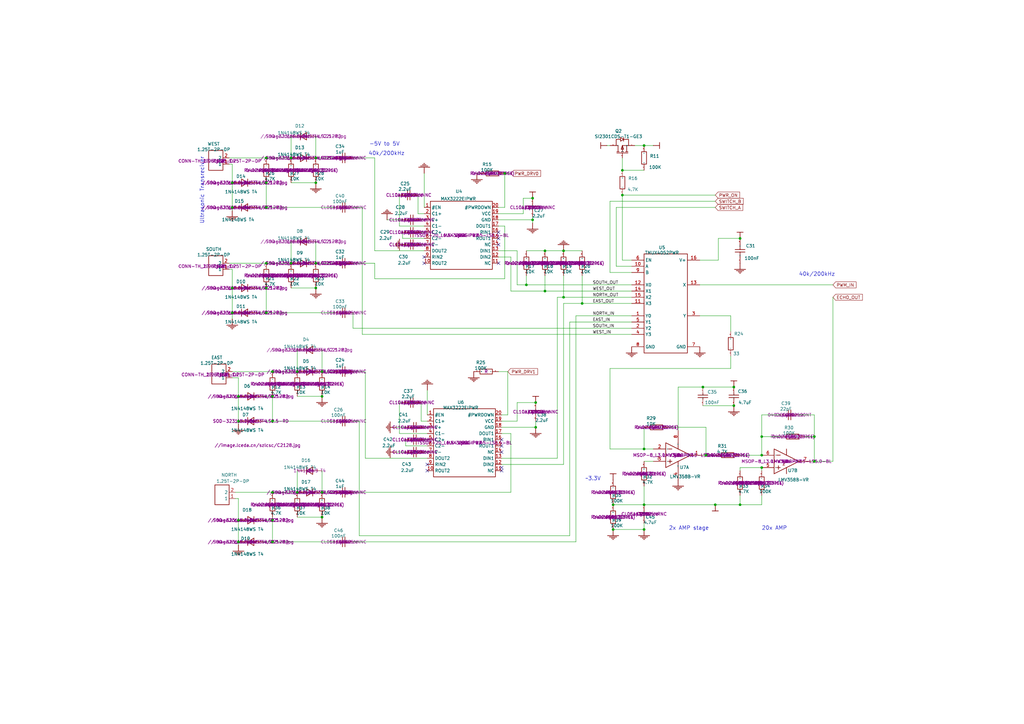
<source format=kicad_sch>
(kicad_sch (version 20250114) (generator "eeschema") (generator_version "9.0")
  (paper "A3")
  (text "Ultrasonic Transreciver" (at 83.82 91.8972 90) (effects (font (size 1.5748 1.5748)) (justify left bottom)))
  (text "-5V to 5V" (at 151.4094 60.0456 0) (effects (font (size 1.5748 1.5748)) (justify left bottom)))
  (text "20x AMP" (at 312.42 217.6272 0) (effects (font (size 1.5748 1.5748)) (justify left bottom)))
  (text "~3.3V" (at 240.03 197.3072 0) (effects (font (size 1.5748 1.5748)) (justify left bottom)))
  (text "40k/200kHz" (at 151.13 63.9572 0) (effects (font (size 1.5748 1.5748)) (justify left bottom)))
  (text "2x AMP stage" (at 274.32 217.6272 0) (effects (font (size 1.5748 1.5748)) (justify left bottom)))
  (text "40k/200kHz" (at 327.66 113.4872 0) (effects (font (size 1.5748 1.5748)) (justify left bottom)))
  (junction (at 132.08 212.09))
  (junction (at 264.16 59.69))
  (junction (at 95.25 85.09))
  (junction (at 334.01 179.07))
  (junction (at 289.56 186.69))
  (junction (at 129.54 74.93))
  (junction (at 121.92 201.93))
  (junction (at 121.92 152.4))
  (junction (at 312.42 186.69))
  (junction (at 119.38 64.77))
  (junction (at 255.27 69.85))
  (junction (at 218.44 90.17))
  (junction (at 97.79 213.36))
  (junction (at 129.54 107.95))
  (junction (at 251.46 217.17))
  (junction (at 293.37 207.01))
  (junction (at 109.22 74.93))
  (junction (at 109.22 107.95))
  (junction (at 312.42 191.77))
  (junction (at 111.76 172.72))
  (junction (at 264.16 207.01))
  (junction (at 312.42 179.07))
  (junction (at 97.79 222.25))
  (junction (at 109.22 85.09))
  (junction (at 219.71 175.26))
  (junction (at 231.14 121.92))
  (junction (at 111.76 213.36))
  (junction (at 132.08 162.56))
  (junction (at 231.14 102.87))
  (junction (at 132.08 201.93))
  (junction (at 95.25 128.27))
  (junction (at 207.01 71.12))
  (junction (at 109.22 118.11))
  (junction (at 264.16 217.17))
  (junction (at 300.99 158.75))
  (junction (at 251.46 207.01))
  (junction (at 129.54 64.77))
  (junction (at 111.76 201.93))
  (junction (at 303.53 207.01))
  (junction (at 215.9 116.84))
  (junction (at 334.01 189.23))
  (junction (at 238.76 124.46))
  (junction (at 111.76 222.25))
  (junction (at 303.53 97.79))
  (junction (at 288.29 158.75))
  (junction (at 129.54 118.11))
  (junction (at 111.76 152.4))
  (junction (at 95.25 118.11))
  (junction (at 223.52 119.38))
  (junction (at 109.22 64.77))
  (junction (at 95.25 74.93))
  (junction (at 223.52 102.87))
  (junction (at 109.22 128.27))
  (junction (at 300.99 166.37))
  (junction (at 97.79 172.72))
  (junction (at 119.38 107.95))
  (junction (at 255.27 80.01))
  (junction (at 97.79 162.56))
  (junction (at 111.76 162.56))
  (junction (at 219.71 165.1))
  (junction (at 218.44 81.28))
  (junction (at 132.08 152.4))
  (junction (at 264.16 184.15))
  (no_connect (at 205.74 182.88))
  (no_connect (at 175.26 190.5))
  (no_connect (at 205.74 185.42))
  (no_connect (at 175.26 193.04))
  (no_connect (at 205.74 191.77))
  (no_connect (at 204.47 97.79))
  (no_connect (at 205.74 193.04))
  (no_connect (at 173.99 105.41))
  (no_connect (at 204.47 107.95))
  (no_connect (at 205.74 180.34))
  (no_connect (at 173.99 107.95))
  (no_connect (at 204.47 100.33))
  (no_connect (at 204.47 95.25))
  (wire (pts (xy 95.25 154.94) (xy 97.79 154.94)))
  (wire (pts (xy 166.37 185.42) (xy 162.56 185.42)))
  (wire (pts (xy 148.59 137.16) (xy 259.08 137.16)))
  (wire (pts (xy 294.64 106.68) (xy 287.02 106.68)))
  (wire (pts (xy 129.54 74.93) (xy 119.38 74.93)))
  (wire (pts (xy 218.44 91.44) (xy 218.44 90.17)))
  (wire (pts (xy 165.1 97.79) (xy 173.99 97.79)))
  (wire (pts (xy 93.98 67.31) (xy 95.25 67.31)))
  (wire (pts (xy 173.99 175.26) (xy 175.26 175.26)))
  (wire (pts (xy 278.13 176.53) (xy 278.13 158.75)))
  (wire (pts (xy 238.76 124.46) (xy 231.14 124.46)))
  (wire (pts (xy 330.2 179.07) (xy 334.01 179.07)))
  (wire (pts (xy 303.53 186.69) (xy 312.42 186.69)))
  (wire (pts (xy 264.16 217.17) (xy 264.16 214.63)))
  (wire (pts (xy 97.79 222.25) (xy 97.79 223.52)))
  (wire (pts (xy 287.02 116.84) (xy 341.63 116.84)))
  (wire (pts (xy 172.72 172.72) (xy 175.26 172.72)))
  (wire (pts (xy 129.54 99.06) (xy 129.54 107.95)))
  (wire (pts (xy 163.83 165.1) (xy 165.1 165.1)))
  (wire (pts (xy 129.54 107.95) (xy 137.16 107.95)))
  (wire (pts (xy 97.79 154.94) (xy 97.79 162.56)))
  (wire (pts (xy 264.16 199.39) (xy 264.16 207.01)))
  (wire (pts (xy 165.1 100.33) (xy 166.37 100.33)))
  (wire (pts (xy 109.22 107.95) (xy 93.98 107.95)))
  (wire (pts (xy 231.14 124.46) (xy 231.14 190.5)))
  (wire (pts (xy 259.08 111.76) (xy 250.19 111.76)))
  (wire (pts (xy 107.95 213.36) (xy 111.76 213.36)))
  (wire (pts (xy 212.09 165.1) (xy 212.09 172.72)))
  (wire (pts (xy 165.1 95.25) (xy 165.1 97.79)))
  (wire (pts (xy 274.32 175.26) (xy 289.56 175.26)))
  (wire (pts (xy 231.14 102.87) (xy 223.52 102.87)))
  (wire (pts (xy 137.16 201.93) (xy 132.08 201.93)))
  (wire (pts (xy 204.47 85.09) (xy 207.01 85.09)))
  (wire (pts (xy 255.27 80.01) (xy 293.37 80.01)))
  (wire (pts (xy 205.74 177.8) (xy 209.55 177.8)))
  (wire (pts (xy 334.01 179.07) (xy 334.01 189.23)))
  (wire (pts (xy 175.26 177.8) (xy 163.83 177.8)))
  (wire (pts (xy 223.52 102.87) (xy 215.9 102.87)))
  (wire (pts (xy 147.32 219.71) (xy 147.32 172.72)))
  (wire (pts (xy 223.52 113.03) (xy 223.52 119.38)))
  (wire (pts (xy 109.22 64.77) (xy 119.38 64.77)))
  (wire (pts (xy 341.63 121.92) (xy 341.63 189.23)))
  (wire (pts (xy 109.22 64.77) (xy 93.98 64.77)))
  (wire (pts (xy 175.26 170.18) (xy 175.26 160.02)))
  (wire (pts (xy 303.53 97.79) (xy 294.64 97.79)))
  (wire (pts (xy 215.9 113.03) (xy 215.9 116.84)))
  (wire (pts (xy 163.83 92.71) (xy 163.83 80.01)))
  (wire (pts (xy 231.14 121.92) (xy 228.6 121.92)))
  (wire (pts (xy 171.45 80.01) (xy 171.45 87.63)))
  (wire (pts (xy 236.22 129.54) (xy 236.22 222.25)))
  (wire (pts (xy 111.76 152.4) (xy 95.25 152.4)))
  (wire (pts (xy 303.53 203.2) (xy 303.53 207.01)))
  (wire (pts (xy 132.08 212.09) (xy 121.92 212.09)))
  (wire (pts (xy 299.72 135.89) (xy 299.72 129.54)))
  (wire (pts (xy 278.13 158.75) (xy 288.29 158.75)))
  (wire (pts (xy 231.14 113.03) (xy 231.14 121.92)))
  (wire (pts (xy 238.76 124.46) (xy 259.08 124.46)))
  (wire (pts (xy 111.76 162.56) (xy 111.76 172.72)))
  (wire (pts (xy 312.42 191.77) (xy 303.53 191.77)))
  (wire (pts (xy 218.44 90.17) (xy 218.44 88.9)))
  (wire (pts (xy 97.79 213.36) (xy 97.79 222.25)))
  (wire (pts (xy 109.22 85.09) (xy 137.16 85.09)))
  (wire (pts (xy 173.99 100.33) (xy 172.72 100.33)))
  (wire (pts (xy 334.01 170.18) (xy 334.01 179.07)))
  (wire (pts (xy 95.25 74.93) (xy 95.25 85.09)))
  (wire (pts (xy 209.55 201.93) (xy 144.78 201.93)))
  (wire (pts (xy 111.76 152.4) (xy 121.92 152.4)))
  (wire (pts (xy 255.27 80.01) (xy 255.27 106.68)))
  (wire (pts (xy 171.45 87.63) (xy 173.99 87.63)))
  (wire (pts (xy 218.44 81.28) (xy 214.63 81.28)))
  (wire (pts (xy 129.54 118.11) (xy 119.38 118.11)))
  (wire (pts (xy 219.71 165.1) (xy 212.09 165.1)))
  (wire (pts (xy 105.41 128.27) (xy 109.22 128.27)))
  (wire (pts (xy 204.47 102.87) (xy 212.09 102.87)))
  (wire (pts (xy 132.08 193.04) (xy 132.08 201.93)))
  (wire (pts (xy 109.22 128.27) (xy 109.22 118.11)))
  (wire (pts (xy 153.67 114.3) (xy 207.01 114.3)))
  (wire (pts (xy 109.22 74.93) (xy 105.41 74.93)))
  (wire (pts (xy 207.01 114.3) (xy 207.01 92.71)))
  (wire (pts (xy 312.42 207.01) (xy 312.42 203.2)))
  (wire (pts (xy 264.16 59.69) (xy 267.97 59.69)))
  (wire (pts (xy 107.95 172.72) (xy 111.76 172.72)))
  (wire (pts (xy 293.37 186.69) (xy 289.56 186.69)))
  (wire (pts (xy 214.63 81.28) (xy 214.63 87.63)))
  (wire (pts (xy 148.59 85.09) (xy 144.78 85.09)))
  (wire (pts (xy 107.95 222.25) (xy 111.76 222.25)))
  (wire (pts (xy 264.16 184.15) (xy 267.97 184.15)))
  (wire (pts (xy 95.25 67.31) (xy 95.25 74.93)))
  (wire (pts (xy 144.78 152.4) (xy 149.86 152.4)))
  (wire (pts (xy 132.08 143.51) (xy 132.08 152.4)))
  (wire (pts (xy 172.72 90.17) (xy 173.99 90.17)))
  (wire (pts (xy 294.64 97.79) (xy 294.64 106.68)))
  (wire (pts (xy 121.92 143.51) (xy 121.92 152.4)))
  (wire (pts (xy 137.16 152.4) (xy 132.08 152.4)))
  (wire (pts (xy 250.19 151.13) (xy 250.19 184.15)))
  (wire (pts (xy 97.79 172.72) (xy 97.79 173.99)))
  (wire (pts (xy 149.86 187.96) (xy 175.26 187.96)))
  (wire (pts (xy 153.67 107.95) (xy 153.67 114.3)))
  (wire (pts (xy 158.75 90.17) (xy 165.1 90.17)))
  (wire (pts (xy 132.08 162.56) (xy 121.92 162.56)))
  (wire (pts (xy 93.98 110.49) (xy 95.25 110.49)))
  (wire (pts (xy 137.16 64.77) (xy 129.54 64.77)))
  (wire (pts (xy 144.78 64.77) (xy 153.67 64.77)))
  (wire (pts (xy 238.76 113.03) (xy 238.76 124.46)))
  (wire (pts (xy 209.55 177.8) (xy 209.55 201.93)))
  (wire (pts (xy 299.72 151.13) (xy 250.19 151.13)))
  (wire (pts (xy 205.74 175.26) (xy 219.71 175.26)))
  (wire (pts (xy 299.72 146.05) (xy 299.72 151.13)))
  (wire (pts (xy 205.74 170.18) (xy 208.28 170.18)))
  (wire (pts (xy 95.25 110.49) (xy 95.25 118.11)))
  (wire (pts (xy 209.55 119.38) (xy 223.52 119.38)))
  (wire (pts (xy 223.52 119.38) (xy 259.08 119.38)))
  (wire (pts (xy 175.26 185.42) (xy 173.99 185.42)))
  (wire (pts (xy 238.76 102.87) (xy 231.14 102.87)))
  (wire (pts (xy 312.42 179.07) (xy 312.42 170.18)))
  (wire (pts (xy 119.38 55.88) (xy 119.38 64.77)))
  (wire (pts (xy 144.78 134.62) (xy 144.78 128.27)))
  (wire (pts (xy 299.72 129.54) (xy 287.02 129.54)))
  (wire (pts (xy 111.76 162.56) (xy 107.95 162.56)))
  (wire (pts (xy 236.22 129.54) (xy 259.08 129.54)))
  (wire (pts (xy 214.63 87.63) (xy 204.47 87.63)))
  (wire (pts (xy 163.83 177.8) (xy 163.83 165.1)))
  (wire (pts (xy 251.46 217.17) (xy 264.16 217.17)))
  (wire (pts (xy 97.79 204.47) (xy 97.79 213.36)))
  (wire (pts (xy 109.22 128.27) (xy 137.16 128.27)))
  (wire (pts (xy 208.28 152.4) (xy 204.47 152.4)))
  (wire (pts (xy 233.68 132.08) (xy 259.08 132.08)))
  (wire (pts (xy 293.37 85.09) (xy 252.73 85.09)))
  (wire (pts (xy 250.19 111.76) (xy 250.19 82.55)))
  (wire (pts (xy 233.68 219.71) (xy 147.32 219.71)))
  (wire (pts (xy 252.73 109.22) (xy 259.08 109.22)))
  (wire (pts (xy 212.09 102.87) (xy 212.09 116.84)))
  (wire (pts (xy 173.99 85.09) (xy 173.99 71.12)))
  (wire (pts (xy 207.01 71.12) (xy 209.55 71.12)))
  (wire (pts (xy 109.22 85.09) (xy 109.22 74.93)))
  (wire (pts (xy 144.78 134.62) (xy 259.08 134.62)))
  (wire (pts (xy 293.37 207.01) (xy 264.16 207.01)))
  (wire (pts (xy 320.04 179.07) (xy 312.42 179.07)))
  (wire (pts (xy 207.01 92.71) (xy 204.47 92.71)))
  (wire (pts (xy 264.16 207.01) (xy 251.46 207.01)))
  (wire (pts (xy 144.78 107.95) (xy 153.67 107.95)))
  (wire (pts (xy 173.99 92.71) (xy 163.83 92.71)))
  (wire (pts (xy 148.59 137.16) (xy 148.59 85.09)))
  (wire (pts (xy 264.16 175.26) (xy 264.16 184.15)))
  (wire (pts (xy 212.09 116.84) (xy 215.9 116.84)))
  (wire (pts (xy 153.67 102.87) (xy 173.99 102.87)))
  (wire (pts (xy 111.76 201.93) (xy 96.52 201.93)))
  (wire (pts (xy 111.76 213.36) (xy 111.76 222.25)))
  (wire (pts (xy 153.67 64.77) (xy 153.67 102.87)))
  (wire (pts (xy 121.92 193.04) (xy 121.92 201.93)))
  (wire (pts (xy 111.76 172.72) (xy 137.16 172.72)))
  (wire (pts (xy 209.55 105.41) (xy 209.55 119.38)))
  (wire (pts (xy 228.6 121.92) (xy 228.6 187.96)))
  (wire (pts (xy 289.56 175.26) (xy 289.56 186.69)))
  (wire (pts (xy 166.37 180.34) (xy 166.37 182.88)))
  (wire (pts (xy 312.42 193.04) (xy 312.42 191.77)))
  (wire (pts (xy 215.9 116.84) (xy 259.08 116.84)))
  (wire (pts (xy 172.72 165.1) (xy 172.72 172.72)))
  (wire (pts (xy 162.56 175.26) (xy 166.37 175.26)))
  (wire (pts (xy 303.53 191.77) (xy 303.53 193.04)))
  (wire (pts (xy 293.37 207.01) (xy 303.53 207.01)))
  (wire (pts (xy 264.16 189.23) (xy 267.97 189.23)))
  (wire (pts (xy 175.26 180.34) (xy 173.99 180.34)))
  (wire (pts (xy 236.22 222.25) (xy 144.78 222.25)))
  (wire (pts (xy 109.22 118.11) (xy 105.41 118.11)))
  (wire (pts (xy 341.63 189.23) (xy 334.01 189.23)))
  (wire (pts (xy 259.08 106.68) (xy 255.27 106.68)))
  (wire (pts (xy 250.19 184.15) (xy 264.16 184.15)))
  (wire (pts (xy 312.42 170.18) (xy 320.04 170.18)))
  (wire (pts (xy 327.66 170.18) (xy 334.01 170.18)))
  (wire (pts (xy 334.01 189.23) (xy 332.74 189.23)))
  (wire (pts (xy 119.38 99.06) (xy 119.38 107.95)))
  (wire (pts (xy 252.73 85.09) (xy 252.73 109.22)))
  (wire (pts (xy 129.54 55.88) (xy 129.54 64.77)))
  (wire (pts (xy 231.14 190.5) (xy 205.74 190.5)))
  (wire (pts (xy 255.27 64.77) (xy 255.27 69.85)))
  (wire (pts (xy 111.76 222.25) (xy 137.16 222.25)))
  (wire (pts (xy 149.86 152.4) (xy 149.86 187.96)))
  (wire (pts (xy 255.27 69.85) (xy 264.16 69.85)))
  (wire (pts (xy 204.47 105.41) (xy 209.55 105.41)))
  (wire (pts (xy 147.32 172.72) (xy 144.78 172.72)))
  (wire (pts (xy 173.99 95.25) (xy 172.72 95.25)))
  (wire (pts (xy 207.01 85.09) (xy 207.01 71.12)))
  (wire (pts (xy 95.25 85.09) (xy 95.25 86.36)))
  (wire (pts (xy 288.29 158.75) (xy 300.99 158.75)))
  (wire (pts (xy 288.29 166.37) (xy 300.99 166.37)))
  (wire (pts (xy 260.35 59.69) (xy 264.16 59.69)))
  (wire (pts (xy 233.68 132.08) (xy 233.68 219.71)))
  (wire (pts (xy 289.56 186.69) (xy 288.29 186.69)))
  (wire (pts (xy 196.85 71.12) (xy 195.58 71.12)))
  (wire (pts (xy 95.25 118.11) (xy 95.25 128.27)))
  (wire (pts (xy 231.14 121.92) (xy 259.08 121.92)))
  (wire (pts (xy 312.42 186.69) (xy 312.42 179.07)))
  (wire (pts (xy 208.28 170.18) (xy 208.28 152.4)))
  (wire (pts (xy 121.92 201.93) (xy 111.76 201.93)))
  (wire (pts (xy 95.25 128.27) (xy 95.25 130.81)))
  (wire (pts (xy 109.22 107.95) (xy 119.38 107.95)))
  (wire (pts (xy 205.74 187.96) (xy 228.6 187.96)))
  (wire (pts (xy 111.76 212.09) (xy 111.76 213.36)))
  (wire (pts (xy 105.41 85.09) (xy 109.22 85.09)))
  (wire (pts (xy 96.52 204.47) (xy 97.79 204.47)))
  (wire (pts (xy 250.19 59.69) (xy 248.92 59.69)))
  (wire (pts (xy 97.79 162.56) (xy 97.79 172.72)))
  (wire (pts (xy 212.09 172.72) (xy 205.74 172.72)))
  (wire (pts (xy 204.47 90.17) (xy 218.44 90.17)))
  (wire (pts (xy 166.37 182.88) (xy 175.26 182.88)))
  (wire (pts (xy 303.53 207.01) (xy 312.42 207.01)))
  (wire (pts (xy 219.71 175.26) (xy 219.71 172.72)))
  (wire (pts (xy 250.19 82.55) (xy 293.37 82.55)))
  (label "EAST_IN" (at 243.078 132.08 0) (effects (font (size 1.2192 1.2192))))
  (label "SOUTH_IN" (at 243.078 134.62 0) (effects (font (size 1.2192 1.2192))))
  (label "SOUTH_OUT" (at 243.078 116.84 0) (effects (font (size 1.2192 1.2192))))
  (label "NORTH_OUT" (at 243.078 121.92 0) (effects (font (size 1.2192 1.2192))))
  (label "WEST_OUT" (at 243.078 119.38 0) (effects (font (size 1.2192 1.2192))))
  (label "EAST_OUT" (at 243.078 124.46 0) (effects (font (size 1.2192 1.2192))))
  (label "WEST_IN" (at 243.078 137.16 0) (effects (font (size 1.2192 1.2192))))
  (label "NORTH_IN" (at 243.078 129.54 0) (effects (font (size 1.2192 1.2192))))
  (global_label "PWR_DRV1" (shape input) (at 208.28 152.4 0) (property "Intersheetrefs" "${INTERSHEET_REFS}" (effects (hide yes))))
  (global_label "PWR_DRV0" (shape input) (at 209.55 71.12 0) (property "Intersheetrefs" "${INTERSHEET_REFS}" (effects (hide yes))))
  (global_label "SWITCH_B" (shape input) (at 293.37 82.55 0) (property "Intersheetrefs" "${INTERSHEET_REFS}" (effects (hide yes))))
  (global_label "ECHO_OUT" (shape input) (at 341.63 121.92 0) (property "Intersheetrefs" "${INTERSHEET_REFS}" (effects (hide yes))))
  (global_label "PWM_IN" (shape input) (at 341.63 116.84 0) (property "Intersheetrefs" "${INTERSHEET_REFS}" (effects (hide yes))))
  (global_label "SWITCH_A" (shape input) (at 293.37 85.09 0) (property "Intersheetrefs" "${INTERSHEET_REFS}" (effects (hide yes))))
  (global_label "PWR_ON" (shape input) (at 293.37 80.01 0) (property "Intersheetrefs" "${INTERSHEET_REFS}" (effects (hide yes))))
  (symbol (lib_id "ProDoc_Qin-easyedapro:GND") (at 175.26 160.02 180) (unit 1)
    (property "Reference" "#PWR0199" (effects (hide yes)))
    (property "Value" "GND" (effects (hide yes)))
    (property "Footprint" "ProDoc_Qin-easyedapro:" (effects (hide yes)))
    (instances (project "" (path "" (reference "#PWR?") (unit 1))) (project "" (path "" (reference "#PWR0199") (unit 1))))
  )
  (symbol (lib_id "ProDoc_Qin-easyedapro:GND") (at 158.75 90.17 180) (unit 1)
    (property "Reference" "#PWR0205" (effects (hide yes)))
    (property "Value" "GND" (effects (hide yes)))
    (property "Footprint" "ProDoc_Qin-easyedapro:" (effects (hide yes)))
    (instances (project "" (path "" (reference "#PWR?") (unit 1))) (project "" (path "" (reference "#PWR0205") (unit 1))))
  )
  (symbol (lib_id "ProDoc_Qin-easyedapro:1.25T-2P-DP") (at 90.17 109.22 180) (unit 1)
    (property "Reference" "SOUTH1" (at 87.6554 102.2096 0))
    (property "Value" "1.25T-2P-DP" (at 87.6554 104.4956 0))
    (property "Footprint" "ProDoc_Qin-easyedapro:CONN-TH_2P-P1.25_1.25T-2P-DP" (effects (hide yes)))
    (property "Manufacturer Part" "1.25T-2P-DP" (effects (hide yes)))
    (property "Manufacturer" "HRO" (effects (hide yes)))
    (property "Supplier Part" "C145940" (effects (hide yes)))
    (property "Supplier" "LCSC" (effects (hide yes)))
    (property "Add into BOM" "yes" (at 90.17 109.22 0))
    (property "Contributor" "LCSC" (at 90.17 109.22 0))
    (property "Convert to PCB" "yes" (at 90.17 109.22 0))
    (property "Origin Footprint" "CONN-TH_2P-P1.25_1.25T-2P-DP" (at 90.17 109.22 0))
    (property "spicePre" "C" (at 90.17 109.22 0))
    (property "spiceSymbolName" "1.25T-2P-DP" (at 90.17 109.22 0))
    (instances (project "" (path "" (reference "SOUTH") (unit 1))) (project "" (path "" (reference "SOUTH1") (unit 1))))
  )
  (symbol (lib_name "100K_5") (lib_id "ProDoc_Qin-easyedapro:100K") (at 251.46 212.09 90) (unit 1)
    (property "Reference" "R39" (at 252.984 213.2838 90))
    (property "Value" "100K" (at 252.984 215.5698 90))
    (property "Footprint" "ProDoc_Qin-easyedapro:R0402" (effects (hide yes)))
    (property "Manufacturer Part" "0402WGF1003TCE" (effects (hide yes)))
    (property "Manufacturer" "UniOhm" (effects (hide yes)))
    (property "Supplier Part" "C25741" (effects (hide yes)))
    (property "Supplier" "LCSC" (effects (hide yes)))
    (property "Add into BOM" "yes" (at 251.46 212.09 90))
    (property "Convert to PCB" "yes" (at 251.46 212.09 90))
    (property "Origin Footprint" "R0402" (at 251.46 212.09 90))
    (property "nameAlias" "Resistance (Ohms)" (at 251.46 212.09 90))
    (property "spicePre" "R" (at 251.46 212.09 90))
    (property "spiceSymbolName" "0402WGF1003TCE" (at 251.46 212.09 90))
  )
  (symbol (lib_id "ProDoc_Qin-easyedapro:2.2uF") (at 168.91 90.17 180) (unit 1)
    (property "Reference" "C28" (at 164.1856 84.9884 0))
    (property "Value" "2.2uF" (at 164.592 87.5284 0))
    (property "Footprint" "ProDoc_Qin-easyedapro:C0603" (effects (hide yes)))
    (property "Manufacturer Part" "CL10A225KO8NNNC" (effects (hide yes)))
    (property "Manufacturer" "SAMSUNG" (effects (hide yes)))
    (property "Supplier Part" "C23630" (effects (hide yes)))
    (property "Supplier" "LCSC" (effects (hide yes)))
    (property "Add into BOM" "yes" (at 168.91 90.17 0))
    (property "Convert to PCB" "yes" (at 168.91 90.17 0))
    (property "Origin Footprint" "C0603" (at 168.91 90.17 0))
    (property "nameAlias" "Capacitance" (at 168.91 90.17 0))
    (property "spicePre" "C" (at 168.91 90.17 0))
    (property "spiceSymbolName" "CL10A225KO8NNNC" (at 168.91 90.17 0))
  )
  (symbol (lib_id "ProDoc_Qin-easyedapro:LMV358B-VR") (at 322.58 189.23 0) (unit 2)
    (property "Reference" "U7" (at 325.1454 192.9638 0))
    (property "Value" "LMV358B-VR" (at 325.4502 196.7738 0))
    (property "Footprint" "ProDoc_Qin-easyedapro:MSOP-8_L3.0-W3.0-P0.65-LS5.0-BL" (effects (hide yes)))
    (property "Manufacturer Part" "LMV358B-VR" (effects (hide yes)))
    (property "Manufacturer" "3PEAK" (effects (hide yes)))
    (property "Supplier Part" "C248568" (effects (hide yes)))
    (property "Supplier" "LCSC" (effects (hide yes)))
    (property "Add into BOM" "yes" (at 322.58 189.23 0))
    (property "Convert to PCB" "yes" (at 322.58 189.23 0))
    (property "Origin Footprint" "MSOP-8_L3.0-W3.0-P0.65-LS5.0-BL" (at 322.58 189.23 0))
    (property "spicePre" "U" (at 322.58 189.23 0))
    (property "spiceSymbolName" "LMV358B-VR" (at 322.58 189.23 0))
    (property "subpart_no" "1" (at 322.58 189.23 0))
  )
  (symbol (lib_id "ProDoc_Qin-easyedapro:1.25T-2P-DP") (at 91.44 153.67 180) (unit 1)
    (property "Reference" "EAST1" (at 88.9254 146.6596 0))
    (property "Value" "1.25T-2P-DP" (at 88.9254 148.9456 0))
    (property "Footprint" "ProDoc_Qin-easyedapro:CONN-TH_2P-P1.25_1.25T-2P-DP" (effects (hide yes)))
    (property "Manufacturer Part" "1.25T-2P-DP" (effects (hide yes)))
    (property "Manufacturer" "HRO" (effects (hide yes)))
    (property "Supplier Part" "C145940" (effects (hide yes)))
    (property "Supplier" "LCSC" (effects (hide yes)))
    (property "Add into BOM" "yes" (at 91.44 153.67 0))
    (property "Contributor" "LCSC" (at 91.44 153.67 0))
    (property "Convert to PCB" "yes" (at 91.44 153.67 0))
    (property "Origin Footprint" "CONN-TH_2P-P1.25_1.25T-2P-DP" (at 91.44 153.67 0))
    (property "spicePre" "C" (at 91.44 153.67 0))
    (property "spiceSymbolName" "1.25T-2P-DP" (at 91.44 153.67 0))
    (instances (project "" (path "" (reference "EAST") (unit 1))) (project "" (path "" (reference "EAST1") (unit 1))))
  )
  (symbol (lib_id "ProDoc_Qin-easyedapro:GND") (at 95.25 130.81 0) (unit 1)
    (property "Reference" "#PWR0202" (effects (hide yes)))
    (property "Value" "GND" (effects (hide yes)))
    (property "Footprint" "ProDoc_Qin-easyedapro:" (effects (hide yes)))
    (instances (project "" (path "" (reference "#PWR?") (unit 1))) (project "" (path "" (reference "#PWR0202") (unit 1))))
  )
  (symbol (lib_id "ProDoc_Qin-easyedapro:MAX3222EIPWR") (at 189.23 96.52 0) (unit 1)
    (property "Reference" "U4" (at 188.214 78.486 0))
    (property "Value" "MAX3222EIPWR" (at 187.96 81.534 0))
    (property "Footprint" "ProDoc_Qin-easyedapro:TSSOP-20_L6.5-W4.4-P0.65-LS6.4-BL" (effects (hide yes)))
    (property "Manufacturer Part" "MAX3222EIPWR" (effects (hide yes)))
    (property "Manufacturer" "Texas Instruments" (effects (hide yes)))
    (property "Supplier Part" "C527703" (effects (hide yes)))
    (property "Supplier" "LCSC" (effects (hide yes)))
    (property "Add into BOM" "yes" (at 189.23 96.52 0))
    (property "Contributor" "LCSC" (at 189.23 96.52 0))
    (property "Convert to PCB" "yes" (at 189.23 96.52 0))
    (property "Origin Footprint" "TSSOP-20_L6.5-W4.4-P0.65-LS6.4-BL" (at 189.23 96.52 0))
    (property "spicePre" "U" (at 189.23 96.52 0))
    (property "spiceSymbolName" "MAX3222EIPWR" (at 189.23 96.52 0))
  )
  (symbol (lib_id "ProDoc_Qin-easyedapro:2.2uF") (at 219.71 168.91 90) (unit 1)
    (property "Reference" "C38" (at 222.25 170.1038 90))
    (property "Value" "2.2uF" (at 222.25 172.3898 90))
    (property "Footprint" "ProDoc_Qin-easyedapro:C0603" (effects (hide yes)))
    (property "Manufacturer Part" "CL10A225KO8NNNC" (effects (hide yes)))
    (property "Manufacturer" "SAMSUNG" (effects (hide yes)))
    (property "Supplier Part" "C23630" (effects (hide yes)))
    (property "Supplier" "LCSC" (effects (hide yes)))
    (property "Add into BOM" "yes" (at 219.71 168.91 90))
    (property "Convert to PCB" "yes" (at 219.71 168.91 90))
    (property "Origin Footprint" "C0603" (at 219.71 168.91 90))
    (property "nameAlias" "Capacitance" (at 219.71 168.91 90))
    (property "spicePre" "C" (at 219.71 168.91 90))
    (property "spiceSymbolName" "CL10A225KO8NNNC" (at 219.71 168.91 90))
  )
  (symbol (lib_id "ProDoc_Qin-easyedapro:10K") (at 223.52 107.95 90) (unit 1)
    (property "Reference" "R18" (at 225.044 109.1438 90))
    (property "Value" "10K" (at 225.044 111.4044 90))
    (property "Footprint" "ProDoc_Qin-easyedapro:R0402" (effects (hide yes)))
    (property "Manufacturer Part" "0402WGF1002TCE" (effects (hide yes)))
    (property "Manufacturer" "UniOhm" (effects (hide yes)))
    (property "Supplier Part" "C25744" (effects (hide yes)))
    (property "Supplier" "LCSC" (effects (hide yes)))
    (property "Add into BOM" "yes" (at 223.52 107.95 90))
    (property "Convert to PCB" "yes" (at 223.52 107.95 90))
    (property "Origin Footprint" "R0402" (at 223.52 107.95 90))
    (property "nameAlias" "Resistance (Ohms)" (at 223.52 107.95 90))
    (property "spicePre" "R" (at 223.52 107.95 90))
    (property "spiceSymbolName" "0402WGF1002TCE" (at 223.52 107.95 90))
  )
  (symbol (lib_id "ProDoc_Qin-easyedapro:GND") (at 129.54 118.11 0) (unit 1)
    (property "Reference" "#PWR0201" (effects (hide yes)))
    (property "Value" "GND" (effects (hide yes)))
    (property "Footprint" "ProDoc_Qin-easyedapro:" (effects (hide yes)))
    (instances (project "" (path "" (reference "#PWR?") (unit 1))) (project "" (path "" (reference "#PWR0201") (unit 1))))
  )
  (symbol (lib_id "ProDoc_Qin-easyedapro:GND") (at 264.16 217.17 0) (unit 1)
    (property "Reference" "#PWR0174" (effects (hide yes)))
    (property "Value" "GND" (effects (hide yes)))
    (property "Footprint" "ProDoc_Qin-easyedapro:" (effects (hide yes)))
    (instances (project "" (path "" (reference "#PWR?") (unit 1))) (project "" (path "" (reference "#PWR0174") (unit 1))))
  )
  (symbol (lib_id "ProDoc_Qin-easyedapro:GND") (at 95.25 86.36 0) (unit 1)
    (property "Reference" "#PWR0193" (effects (hide yes)))
    (property "Value" "GND" (effects (hide yes)))
    (property "Footprint" "ProDoc_Qin-easyedapro:" (effects (hide yes)))
    (instances (project "" (path "" (reference "#PWR?") (unit 1))) (project "" (path "" (reference "#PWR0193") (unit 1))))
  )
  (symbol (lib_id "ProDoc_Qin-easyedapro:2.2uF") (at 170.18 175.26 180) (unit 1)
    (property "Reference" "C41" (at 165.4556 170.0784 0))
    (property "Value" "2.2uF" (at 165.862 172.6184 0))
    (property "Footprint" "ProDoc_Qin-easyedapro:C0603" (effects (hide yes)))
    (property "Manufacturer Part" "CL10A225KO8NNNC" (effects (hide yes)))
    (property "Manufacturer" "SAMSUNG" (effects (hide yes)))
    (property "Supplier Part" "C23630" (effects (hide yes)))
    (property "Supplier" "LCSC" (effects (hide yes)))
    (property "Add into BOM" "yes" (at 170.18 175.26 0))
    (property "Convert to PCB" "yes" (at 170.18 175.26 0))
    (property "Origin Footprint" "C0603" (at 170.18 175.26 0))
    (property "nameAlias" "Capacitance" (at 170.18 175.26 0))
    (property "spicePre" "C" (at 170.18 175.26 0))
    (property "spiceSymbolName" "CL10A225KO8NNNC" (at 170.18 175.26 0))
  )
  (symbol (lib_id "ProDoc_Qin-easyedapro:1N4148WS T4") (at 124.46 99.06 0) (unit 1)
    (property "Reference" "D8" (at 122.936 94.8182 0))
    (property "Value" "1N4148WS T4" (at 120.4976 97.6884 0))
    (property "Footprint" "ProDoc_Qin-easyedapro:SOD-323_L1.8-W1.3-LS2.5-RD" (effects (hide yes)))
    (property "Manufacturer Part" "1N4148WS T4" (effects (hide yes)))
    (property "Manufacturer" "CJ" (effects (hide yes)))
    (property "Supplier Part" "C2128" (effects (hide yes)))
    (property "Supplier" "LCSC" (effects (hide yes)))
    (property "Add into BOM" "yes" (at 124.46 99.06 0))
    (property "Convert to PCB" "yes" (at 124.46 99.06 0))
    (property "Origin Footprint" "SOD-323_L1.8-W1.3-LS2.5-RD" (at 124.46 99.06 0))
    (property "image" "//image.lceda.cn/szlcsc/C2128.jpg" (at 124.46 99.06 0))
    (property "spicePre" "D" (at 124.46 99.06 0))
    (property "spiceSymbolName" "1N4148WS T4" (at 124.46 99.06 0))
  )
  (symbol (lib_id "ProDoc_Qin-easyedapro:VREF+") (at 251.46 196.85 0) (unit 1)
    (property "Reference" "#PWR0175" (effects (hide yes)))
    (property "Value" "VREF+" (effects (hide yes)))
    (property "Footprint" "ProDoc_Qin-easyedapro:" (effects (hide yes)))
    (instances (project "" (path "" (reference "#PWR?") (unit 1))) (project "" (path "" (reference "#PWR0175") (unit 1))))
  )
  (symbol (lib_id "ProDoc_Qin-easyedapro:2.2uF") (at 218.44 85.09 90) (unit 1)
    (property "Reference" "C27" (at 220.98 86.2838 90))
    (property "Value" "2.2uF" (at 220.98 88.5698 90))
    (property "Footprint" "ProDoc_Qin-easyedapro:C0603" (effects (hide yes)))
    (property "Manufacturer Part" "CL10A225KO8NNNC" (effects (hide yes)))
    (property "Manufacturer" "SAMSUNG" (effects (hide yes)))
    (property "Supplier Part" "C23630" (effects (hide yes)))
    (property "Supplier" "LCSC" (effects (hide yes)))
    (property "Add into BOM" "yes" (at 218.44 85.09 90))
    (property "Convert to PCB" "yes" (at 218.44 85.09 90))
    (property "Origin Footprint" "C0603" (at 218.44 85.09 90))
    (property "nameAlias" "Capacitance" (at 218.44 85.09 90))
    (property "spicePre" "C" (at 218.44 85.09 90))
    (property "spiceSymbolName" "CL10A225KO8NNNC" (at 218.44 85.09 90))
  )
  (symbol (lib_id "ProDoc_Qin-easyedapro:33") (at 299.72 140.97 90) (unit 1)
    (property "Reference" "R24" (at 303.022 136.906 90))
    (property "Value" "33" (at 302.006 145.034 90))
    (property "Footprint" "ProDoc_Qin-easyedapro:R0402" (effects (hide yes)))
    (property "Manufacturer Part" "0402WGF330JTCE" (effects (hide yes)))
    (property "Manufacturer" "UniOhm" (effects (hide yes)))
    (property "Supplier Part" "C25105" (effects (hide yes)))
    (property "Supplier" "LCSC" (effects (hide yes)))
    (property "Add into BOM" "yes" (effects (hide yes)))
    (property "Convert to PCB" "yes" (effects (hide yes)))
    (property "Origin Footprint" "R0402" (effects (hide yes)))
    (property "nameAlias" "Resistance (Ohms)" (effects (hide yes)))
    (property "spicePre" "R" (effects (hide yes)))
    (property "spiceSymbolName" "0402WGF330JTCE" (effects (hide yes)))
  )
  (symbol (lib_id "ProDoc_Qin-easyedapro:10K") (at 231.14 107.95 90) (unit 1)
    (property "Reference" "R19" (at 232.664 109.1438 90))
    (property "Value" "10K" (at 232.664 111.4044 90))
    (property "Footprint" "ProDoc_Qin-easyedapro:R0402" (effects (hide yes)))
    (property "Manufacturer Part" "0402WGF1002TCE" (effects (hide yes)))
    (property "Manufacturer" "UniOhm" (effects (hide yes)))
    (property "Supplier Part" "C25744" (effects (hide yes)))
    (property "Supplier" "LCSC" (effects (hide yes)))
    (property "Add into BOM" "yes" (at 231.14 107.95 90))
    (property "Convert to PCB" "yes" (at 231.14 107.95 90))
    (property "Origin Footprint" "R0402" (at 231.14 107.95 90))
    (property "nameAlias" "Resistance (Ohms)" (at 231.14 107.95 90))
    (property "spicePre" "R" (at 231.14 107.95 90))
    (property "spiceSymbolName" "0402WGF1002TCE" (at 231.14 107.95 90))
  )
  (symbol (lib_id "ProDoc_Qin-easyedapro:4.7uF") (at 264.16 210.82 90) (unit 1)
    (property "Reference" "C45" (at 266.7 212.0392 90))
    (property "Value" "4.7uF" (at 266.7 214.2744 90))
    (property "Footprint" "ProDoc_Qin-easyedapro:C0402" (effects (hide yes)))
    (property "Manufacturer Part" "CL05A475MP5NRNC" (effects (hide yes)))
    (property "Manufacturer" "SAMSUNG" (effects (hide yes)))
    (property "Supplier Part" "C23733" (effects (hide yes)))
    (property "Supplier" "LCSC" (effects (hide yes)))
    (property "Add into BOM" "yes" (at 264.16 210.82 90))
    (property "Convert to PCB" "yes" (at 264.16 210.82 90))
    (property "Origin Footprint" "C0402" (at 264.16 210.82 90))
    (property "nameAlias" "Capacitance" (at 264.16 210.82 90))
    (property "spicePre" "C" (at 264.16 210.82 90))
    (property "spiceSymbolName" "CL05A475MP5NRNC" (at 264.16 210.82 90))
  )
  (symbol (lib_id "ProDoc_Qin-easyedapro:3.3V") (at 219.71 165.1 0) (unit 1)
    (property "Reference" "#PWR0186" (effects (hide yes)))
    (property "Value" "3.3V" (effects (hide yes)))
    (property "Footprint" "ProDoc_Qin-easyedapro:" (effects (hide yes)))
    (instances (project "" (path "" (reference "#PWR?") (unit 1))) (project "" (path "" (reference "#PWR0186") (unit 1))))
  )
  (symbol (lib_id "ProDoc_Qin-easyedapro:GND") (at 162.56 175.26 270) (unit 1)
    (property "Reference" "#PWR0200" (effects (hide yes)))
    (property "Value" "GND" (effects (hide yes)))
    (property "Footprint" "ProDoc_Qin-easyedapro:" (effects (hide yes)))
    (instances (project "" (path "" (reference "#PWR?") (unit 1))) (project "" (path "" (reference "#PWR0200") (unit 1))))
  )
  (symbol (lib_name "100K_1") (lib_id "ProDoc_Qin-easyedapro:100K") (at 199.39 152.4 180) (unit 1)
    (property "Reference" "R25" (at 197.2056 148.6916 0))
    (property "Value" "100K" (at 197.2056 150.9776 0))
    (property "Footprint" "ProDoc_Qin-easyedapro:R0402" (effects (hide yes)))
    (property "Manufacturer Part" "0402WGF1003TCE" (effects (hide yes)))
    (property "Manufacturer" "UniOhm" (effects (hide yes)))
    (property "Supplier Part" "C25741" (effects (hide yes)))
    (property "Supplier" "LCSC" (effects (hide yes)))
    (property "Add into BOM" "yes" (effects (hide yes)))
    (property "Convert to PCB" "yes" (effects (hide yes)))
    (property "Origin Footprint" "R0402" (effects (hide yes)))
    (property "nameAlias" "Resistance (Ohms)" (effects (hide yes)))
    (property "spicePre" "R" (at 199.39 152.4 0))
    (property "spiceSymbolName" "0402WGF1003TCE" (effects (hide yes)))
  )
  (symbol (lib_id "ProDoc_Qin-easyedapro:2.2uF") (at 168.91 165.1 180) (unit 1)
    (property "Reference" "C37" (at 167.386 160.4264 0))
    (property "Value" "2.2uF" (at 167.386 162.6616 0))
    (property "Footprint" "ProDoc_Qin-easyedapro:C0603" (effects (hide yes)))
    (property "Manufacturer Part" "CL10A225KO8NNNC" (effects (hide yes)))
    (property "Manufacturer" "SAMSUNG" (effects (hide yes)))
    (property "Supplier Part" "C23630" (effects (hide yes)))
    (property "Supplier" "LCSC" (effects (hide yes)))
    (property "Add into BOM" "yes" (at 168.91 165.1 0))
    (property "Convert to PCB" "yes" (at 168.91 165.1 0))
    (property "Origin Footprint" "C0603" (at 168.91 165.1 0))
    (property "nameAlias" "Capacitance" (at 168.91 165.1 0))
    (property "spicePre" "C" (at 168.91 165.1 0))
    (property "spiceSymbolName" "CL10A225KO8NNNC" (at 168.91 165.1 0))
  )
  (symbol (lib_id "ProDoc_Qin-easyedapro:GND") (at 129.54 74.93 0) (unit 1)
    (property "Reference" "#PWR0192" (effects (hide yes)))
    (property "Value" "GND" (effects (hide yes)))
    (property "Footprint" "ProDoc_Qin-easyedapro:" (effects (hide yes)))
    (instances (project "" (path "" (reference "#PWR?") (unit 1))) (project "" (path "" (reference "#PWR0192") (unit 1))))
  )
  (symbol (lib_id "ProDoc_Qin-easyedapro:10K") (at 119.38 113.03 90) (unit 1)
    (property "Reference" "R22" (at 120.904 114.2238 90))
    (property "Value" "10K" (at 120.904 116.4844 90))
    (property "Footprint" "ProDoc_Qin-easyedapro:R0402" (effects (hide yes)))
    (property "Manufacturer Part" "0402WGF1002TCE" (effects (hide yes)))
    (property "Manufacturer" "UniOhm" (effects (hide yes)))
    (property "Supplier Part" "C25744" (effects (hide yes)))
    (property "Supplier" "LCSC" (effects (hide yes)))
    (property "Add into BOM" "yes" (at 119.38 113.03 90))
    (property "Convert to PCB" "yes" (at 119.38 113.03 90))
    (property "Origin Footprint" "R0402" (at 119.38 113.03 90))
    (property "nameAlias" "Resistance (Ohms)" (at 119.38 113.03 90))
    (property "spicePre" "R" (at 119.38 113.03 90))
    (property "spiceSymbolName" "0402WGF1002TCE" (at 119.38 113.03 90))
  )
  (symbol (lib_id "ProDoc_Qin-easyedapro:1N4148WS T4") (at 124.46 55.88 0) (unit 1)
    (property "Reference" "D12" (at 122.936 51.6382 0))
    (property "Value" "1N4148WS T4" (at 120.4976 54.5084 0))
    (property "Footprint" "ProDoc_Qin-easyedapro:SOD-323_L1.8-W1.3-LS2.5-RD" (effects (hide yes)))
    (property "Manufacturer Part" "1N4148WS T4" (effects (hide yes)))
    (property "Manufacturer" "CJ" (effects (hide yes)))
    (property "Supplier Part" "C2128" (effects (hide yes)))
    (property "Supplier" "LCSC" (effects (hide yes)))
    (property "Add into BOM" "yes" (at 124.46 55.88 0))
    (property "Convert to PCB" "yes" (at 124.46 55.88 0))
    (property "Origin Footprint" "SOD-323_L1.8-W1.3-LS2.5-RD" (at 124.46 55.88 0))
    (property "image" "//image.lceda.cn/szlcsc/C2128.jpg" (at 124.46 55.88 0))
    (property "spicePre" "D" (at 124.46 55.88 0))
    (property "spiceSymbolName" "1N4148WS T4" (at 124.46 55.88 0))
  )
  (symbol (lib_id "ProDoc_Qin-easyedapro:10K") (at 121.92 207.01 90) (unit 1)
    (property "Reference" "R37" (at 123.444 208.2038 90))
    (property "Value" "10K" (at 123.444 210.4644 90))
    (property "Footprint" "ProDoc_Qin-easyedapro:R0402" (effects (hide yes)))
    (property "Manufacturer Part" "0402WGF1002TCE" (effects (hide yes)))
    (property "Manufacturer" "UniOhm" (effects (hide yes)))
    (property "Supplier Part" "C25744" (effects (hide yes)))
    (property "Supplier" "LCSC" (effects (hide yes)))
    (property "Add into BOM" "yes" (at 121.92 207.01 90))
    (property "Convert to PCB" "yes" (at 121.92 207.01 90))
    (property "Origin Footprint" "R0402" (at 121.92 207.01 90))
    (property "nameAlias" "Resistance (Ohms)" (at 121.92 207.01 90))
    (property "spicePre" "R" (at 121.92 207.01 90))
    (property "spiceSymbolName" "0402WGF1002TCE" (at 121.92 207.01 90))
  )
  (symbol (lib_id "ProDoc_Qin-easyedapro:4.7K") (at 111.76 207.01 270) (unit 1)
    (property "Reference" "R36" (at 113.284 208.1784 90))
    (property "Value" "4.7K" (at 113.284 210.4898 90))
    (property "Footprint" "ProDoc_Qin-easyedapro:R0402" (effects (hide yes)))
    (property "Manufacturer Part" "0402WGF4701TCE" (effects (hide yes)))
    (property "Manufacturer" "UniOhm" (effects (hide yes)))
    (property "Supplier Part" "C25900" (effects (hide yes)))
    (property "Supplier" "LCSC" (effects (hide yes)))
    (property "Add into BOM" "yes" (at 111.76 207.01 90))
    (property "Convert to PCB" "yes" (at 111.76 207.01 90))
    (property "Origin Footprint" "R0402" (at 111.76 207.01 90))
    (property "nameAlias" "Resistance (Ohms)" (at 111.76 207.01 90))
    (property "spicePre" "R" (at 111.76 207.01 90))
    (property "spiceSymbolName" "0402WGF4701TCE" (at 111.76 207.01 90))
  )
  (symbol (lib_id "ProDoc_Qin-easyedapro:10K") (at 129.54 69.85 90) (unit 1)
    (property "Reference" "R28" (at 131.064 71.0438 90))
    (property "Value" "10K" (at 131.064 73.3044 90))
    (property "Footprint" "ProDoc_Qin-easyedapro:R0402" (effects (hide yes)))
    (property "Manufacturer Part" "0402WGF1002TCE" (effects (hide yes)))
    (property "Manufacturer" "UniOhm" (effects (hide yes)))
    (property "Supplier Part" "C25744" (effects (hide yes)))
    (property "Supplier" "LCSC" (effects (hide yes)))
    (property "Add into BOM" "yes" (at 129.54 69.85 90))
    (property "Convert to PCB" "yes" (at 129.54 69.85 90))
    (property "Origin Footprint" "R0402" (at 129.54 69.85 90))
    (property "nameAlias" "Resistance (Ohms)" (at 129.54 69.85 90))
    (property "spicePre" "R" (at 129.54 69.85 90))
    (property "spiceSymbolName" "0402WGF1002TCE" (at 129.54 69.85 90))
  )
  (symbol (lib_id "ProDoc_Qin-easyedapro:100K") (at 325.12 179.07 0) (unit 1)
    (property "Reference" "R30" (at 323.596 175.4124 0))
    (property "Value" "100K" (at 323.596 177.6476 0))
    (property "Footprint" "ProDoc_Qin-easyedapro:R0402" (effects (hide yes)))
    (property "Manufacturer Part" "0402WGF1003TCE" (effects (hide yes)))
    (property "Manufacturer" "UniOhm" (effects (hide yes)))
    (property "Supplier Part" "C25741" (effects (hide yes)))
    (property "Supplier" "LCSC" (effects (hide yes)))
    (property "Add into BOM" "yes" (at 325.12 179.07 0))
    (property "Convert to PCB" "yes" (at 325.12 179.07 0))
    (property "Origin Footprint" "R0402" (at 325.12 179.07 0))
    (property "nameAlias" "Resistance (Ohms)" (at 325.12 179.07 0))
    (property "spicePre" "R" (at 325.12 179.07 0))
    (property "spiceSymbolName" "0402WGF1003TCE" (at 325.12 179.07 0))
  )
  (symbol (lib_id "ProDoc_Qin-easyedapro:GND") (at 278.13 196.85 0) (unit 1)
    (property "Reference" "#PWR0173" (effects (hide yes)))
    (property "Value" "GND" (effects (hide yes)))
    (property "Footprint" "ProDoc_Qin-easyedapro:" (effects (hide yes)))
    (instances (project "" (path "" (reference "#PWR?") (unit 1))) (project "" (path "" (reference "#PWR0173") (unit 1))))
  )
  (symbol (lib_name "100K_3") (lib_id "ProDoc_Qin-easyedapro:100K") (at 264.16 64.77 90) (unit 1)
    (property "Reference" "R11" (at 268.478 64.008 90))
    (property "Value" "100K" (at 268.732 68.58 90))
    (property "Footprint" "ProDoc_Qin-easyedapro:R0402" (effects (hide yes)))
    (property "Manufacturer Part" "0402WGF1003TCE" (effects (hide yes)))
    (property "Manufacturer" "UniOhm" (effects (hide yes)))
    (property "Supplier Part" "C25741" (effects (hide yes)))
    (property "Supplier" "LCSC" (effects (hide yes)))
    (property "Add into BOM" "yes" (effects (hide yes)))
    (property "Convert to PCB" "yes" (effects (hide yes)))
    (property "Origin Footprint" "R0402" (effects (hide yes)))
    (property "nameAlias" "Resistance (Ohms)" (effects (hide yes)))
    (property "spicePre" "R" (effects (hide yes)))
    (property "spiceSymbolName" "0402WGF1003TCE" (effects (hide yes)))
  )
  (symbol (lib_id "ProDoc_Qin-easyedapro:1N4148WS T4") (at 127 152.4 180) (unit 1)
    (property "Reference" "D5" (at 125.476 148.1582 0))
    (property "Value" "1N4148WS T4" (at 123.0376 151.0284 0))
    (property "Footprint" "ProDoc_Qin-easyedapro:SOD-323_L1.8-W1.3-LS2.5-RD" (effects (hide yes)))
    (property "Manufacturer Part" "1N4148WS T4" (effects (hide yes)))
    (property "Manufacturer" "CJ" (effects (hide yes)))
    (property "Supplier Part" "C2128" (effects (hide yes)))
    (property "Supplier" "LCSC" (effects (hide yes)))
    (property "Add into BOM" "yes" (at 127 152.4 0))
    (property "Convert to PCB" "yes" (at 127 152.4 0))
    (property "Origin Footprint" "SOD-323_L1.8-W1.3-LS2.5-RD" (at 127 152.4 0))
    (property "image" "//image.lceda.cn/szlcsc/C2128.jpg" (at 127 152.4 0))
    (property "spicePre" "D" (at 127 152.4 0))
    (property "spiceSymbolName" "1N4148WS T4" (at 127 152.4 0))
  )
  (symbol (lib_id "ProDoc_Qin-easyedapro:1N4148WS T4") (at 100.33 118.11 180) (unit 1)
    (property "Reference" "D10" (at 98.806 115.4938 0))
    (property "Value" "1N4148WS T4" (at 98.8822 121.8438 0))
    (property "Footprint" "ProDoc_Qin-easyedapro:SOD-323_L1.8-W1.3-LS2.5-RD" (effects (hide yes)))
    (property "Manufacturer Part" "1N4148WS T4" (effects (hide yes)))
    (property "Manufacturer" "CJ" (effects (hide yes)))
    (property "Supplier Part" "C2128" (effects (hide yes)))
    (property "Supplier" "LCSC" (effects (hide yes)))
    (property "Add into BOM" "yes" (at 100.33 118.11 0))
    (property "Convert to PCB" "yes" (at 100.33 118.11 0))
    (property "Origin Footprint" "SOD-323_L1.8-W1.3-LS2.5-RD" (at 100.33 118.11 0))
    (property "image" "//image.lceda.cn/szlcsc/C2128.jpg" (at 100.33 118.11 0))
    (property "spicePre" "D" (at 100.33 118.11 0))
    (property "spiceSymbolName" "1N4148WS T4" (at 100.33 118.11 0))
  )
  (symbol (lib_id "ProDoc_Qin-easyedapro:GND") (at 259.08 142.24 0) (unit 1)
    (property "Reference" "#PWR0180" (effects (hide yes)))
    (property "Value" "GND" (effects (hide yes)))
    (property "Footprint" "ProDoc_Qin-easyedapro:" (effects (hide yes)))
    (instances (project "" (path "" (reference "#PWR?") (unit 1))) (project "" (path "" (reference "#PWR0180") (unit 1))))
  )
  (symbol (lib_id "ProDoc_Qin-easyedapro:GND") (at 231.14 102.87 180) (unit 1)
    (property "Reference" "#PWR0178" (effects (hide yes)))
    (property "Value" "GND" (effects (hide yes)))
    (property "Footprint" "ProDoc_Qin-easyedapro:" (effects (hide yes)))
    (instances (project "" (path "" (reference "#PWR?") (unit 1))) (project "" (path "" (reference "#PWR0178") (unit 1))))
  )
  (symbol (lib_id "ProDoc_Qin-easyedapro:3.3V") (at 303.53 97.79 0) (unit 1)
    (property "Reference" "#PWR0182" (effects (hide yes)))
    (property "Value" "3.3V" (effects (hide yes)))
    (property "Footprint" "ProDoc_Qin-easyedapro:" (effects (hide yes)))
    (instances (project "" (path "" (reference "#PWR?") (unit 1))) (project "" (path "" (reference "#PWR0182") (unit 1))))
  )
  (symbol (lib_id "ProDoc_Qin-easyedapro:100nF") (at 140.97 85.09 180) (unit 1)
    (property "Reference" "C40" (at 139.446 80.3656 0))
    (property "Value" "100nF" (at 139.446 82.6516 0))
    (property "Footprint" "ProDoc_Qin-easyedapro:C0402" (effects (hide yes)))
    (property "Manufacturer Part" "CL05B104KO5NNNC" (effects (hide yes)))
    (property "Manufacturer" "SAMSUNG" (effects (hide yes)))
    (property "Supplier Part" "C1525" (effects (hide yes)))
    (property "Supplier" "LCSC" (effects (hide yes)))
    (property "Add into BOM" "yes" (at 140.97 85.09 0))
    (property "Convert to PCB" "yes" (at 140.97 85.09 0))
    (property "Origin Footprint" "C0402" (at 140.97 85.09 0))
    (property "nameAlias" "Capacitance" (at 140.97 85.09 0))
    (property "spicePre" "C" (at 140.97 85.09 0))
    (property "spiceSymbolName" "CL05B104KO5NNNC" (at 140.97 85.09 0))
  )
  (symbol (lib_id "ProDoc_Qin-easyedapro:GND") (at 300.99 166.37 0) (unit 1)
    (property "Reference" "#PWR0179" (effects (hide yes)))
    (property "Value" "GND" (effects (hide yes)))
    (property "Footprint" "ProDoc_Qin-easyedapro:" (effects (hide yes)))
    (instances (project "" (path "" (reference "#PWR?") (unit 1))) (project "" (path "" (reference "#PWR0179") (unit 1))))
  )
  (symbol (lib_id "ProDoc_Qin-easyedapro:1N4148WS T4") (at 102.87 162.56 180) (unit 1)
    (property "Reference" "D6" (at 101.346 158.3436 0))
    (property "Value" "1N4148WS T4" (at 101.4222 167.5638 0))
    (property "Footprint" "ProDoc_Qin-easyedapro:SOD-323_L1.8-W1.3-LS2.5-RD" (effects (hide yes)))
    (property "Manufacturer Part" "1N4148WS T4" (effects (hide yes)))
    (property "Manufacturer" "CJ" (effects (hide yes)))
    (property "Supplier Part" "C2128" (effects (hide yes)))
    (property "Supplier" "LCSC" (effects (hide yes)))
    (property "Add into BOM" "yes" (at 102.87 162.56 0))
    (property "Convert to PCB" "yes" (at 102.87 162.56 0))
    (property "Origin Footprint" "SOD-323_L1.8-W1.3-LS2.5-RD" (at 102.87 162.56 0))
    (property "image" "//image.lceda.cn/szlcsc/C2128.jpg" (at 102.87 162.56 0))
    (property "spicePre" "D" (at 102.87 162.56 0))
    (property "spiceSymbolName" "1N4148WS T4" (at 102.87 162.56 0))
  )
  (symbol (lib_id "ProDoc_Qin-easyedapro:10K") (at 132.08 157.48 90) (unit 1)
    (property "Reference" "R14" (at 133.604 158.6738 90))
    (property "Value" "10K" (at 133.604 160.9344 90))
    (property "Footprint" "ProDoc_Qin-easyedapro:R0402" (effects (hide yes)))
    (property "Manufacturer Part" "0402WGF1002TCE" (effects (hide yes)))
    (property "Manufacturer" "UniOhm" (effects (hide yes)))
    (property "Supplier Part" "C25744" (effects (hide yes)))
    (property "Supplier" "LCSC" (effects (hide yes)))
    (property "Add into BOM" "yes" (at 132.08 157.48 90))
    (property "Convert to PCB" "yes" (at 132.08 157.48 90))
    (property "Origin Footprint" "R0402" (at 132.08 157.48 90))
    (property "nameAlias" "Resistance (Ohms)" (at 132.08 157.48 90))
    (property "spicePre" "R" (at 132.08 157.48 90))
    (property "spiceSymbolName" "0402WGF1002TCE" (at 132.08 157.48 90))
  )
  (symbol (lib_id "ProDoc_Qin-easyedapro:1N4148WS T4") (at 127 193.04 0) (unit 1)
    (property "Reference" "D16" (at 125.476 188.7982 0))
    (property "Value" "1N4148WS T4" (at 123.0376 191.6684 0))
    (property "Footprint" "ProDoc_Qin-easyedapro:SOD-323_L1.8-W1.3-LS2.5-RD" (effects (hide yes)))
    (property "Manufacturer Part" "1N4148WS T4" (effects (hide yes)))
    (property "Manufacturer" "CJ" (effects (hide yes)))
    (property "Supplier Part" "C2128" (effects (hide yes)))
    (property "Supplier" "LCSC" (effects (hide yes)))
    (property "Add into BOM" "yes" (at 127 193.04 0))
    (property "Convert to PCB" "yes" (at 127 193.04 0))
    (property "Origin Footprint" "SOD-323_L1.8-W1.3-LS2.5-RD" (effects (hide yes)))
    (property "image" "//image.lceda.cn/szlcsc/C2128.jpg" (effects (hide yes)))
    (property "spicePre" "D" (at 127 193.04 0))
    (property "spiceSymbolName" "1N4148WS T4" (at 127 193.04 0))
  )
  (symbol (lib_id "ProDoc_Qin-easyedapro:GND") (at 132.08 212.09 0) (unit 1)
    (property "Reference" "#PWR0191" (effects (hide yes)))
    (property "Value" "GND" (effects (hide yes)))
    (property "Footprint" "ProDoc_Qin-easyedapro:" (effects (hide yes)))
    (instances (project "" (path "" (reference "#PWR?") (unit 1))) (project "" (path "" (reference "#PWR0191") (unit 1))))
  )
  (symbol (lib_id "ProDoc_Qin-easyedapro:GND") (at 251.46 217.17 0) (unit 1)
    (property "Reference" "#PWR0177" (effects (hide yes)))
    (property "Value" "GND" (effects (hide yes)))
    (property "Footprint" "ProDoc_Qin-easyedapro:" (effects (hide yes)))
    (instances (project "" (path "" (reference "#PWR?") (unit 1))) (project "" (path "" (reference "#PWR0177") (unit 1))))
  )
  (symbol (lib_id "ProDoc_Qin-easyedapro:1N4148WS T4") (at 102.87 172.72 0) (unit 1)
    (property "Reference" "D7" (at 100.6856 170.1038 0))
    (property "Value" "1N4148WS T4" (at 101.4476 176.4538 0))
    (property "Footprint" "ProDoc_Qin-easyedapro:SOD-323_L1.8-W1.3-LS2.5-RD" (effects (hide yes)))
    (property "Manufacturer Part" "1N4148WS T4" (effects (hide yes)))
    (property "Manufacturer" "CJ" (effects (hide yes)))
    (property "Supplier Part" "C2128" (effects (hide yes)))
    (property "Supplier" "LCSC" (effects (hide yes)))
    (property "Add into BOM" "yes" (at 102.87 172.72 0))
    (property "Convert to PCB" "yes" (at 102.87 172.72 0))
    (property "Origin Footprint" "SOD-323_L1.8-W1.3-LS2.5-RD" (at 102.87 172.72 0))
    (property "image" "//image.lceda.cn/szlcsc/C2128.jpg" (at 105.664 182.626 0))
    (property "spicePre" "D" (at 102.87 172.72 0))
    (property "spiceSymbolName" "1N4148WS T4" (at 102.87 172.72 0))
  )
  (symbol (lib_id "ProDoc_Qin-easyedapro:GND") (at 287.02 142.24 0) (unit 1)
    (property "Reference" "#PWR0181" (effects (hide yes)))
    (property "Value" "GND" (effects (hide yes)))
    (property "Footprint" "ProDoc_Qin-easyedapro:" (effects (hide yes)))
    (instances (project "" (path "" (reference "#PWR?") (unit 1))) (project "" (path "" (reference "#PWR0181") (unit 1))))
  )
  (symbol (lib_id "ProDoc_Qin-easyedapro:MAX3222EIPWR") (at 190.5 181.61 0) (unit 1)
    (property "Reference" "U6" (at 188.976 164.9984 0))
    (property "Value" "MAX3222EIPWR" (at 188.976 167.2336 0))
    (property "Footprint" "ProDoc_Qin-easyedapro:TSSOP-20_L6.5-W4.4-P0.65-LS6.4-BL" (effects (hide yes)))
    (property "Manufacturer Part" "MAX3222EIPWR" (effects (hide yes)))
    (property "Manufacturer" "Texas Instruments" (effects (hide yes)))
    (property "Supplier Part" "C527703" (effects (hide yes)))
    (property "Supplier" "LCSC" (effects (hide yes)))
    (property "Add into BOM" "yes" (at 190.5 181.61 0))
    (property "Contributor" "LCSC" (at 190.5 181.61 0))
    (property "Convert to PCB" "yes" (at 190.5 181.61 0))
    (property "Origin Footprint" "TSSOP-20_L6.5-W4.4-P0.65-LS6.4-BL" (at 190.5 181.61 0))
    (property "spicePre" "U" (at 190.5 181.61 0))
    (property "spiceSymbolName" "MAX3222EIPWR" (at 190.5 181.61 0))
  )
  (symbol (lib_id "ProDoc_Qin-easyedapro:1N4148WS T4") (at 127 201.93 180) (unit 1)
    (property "Reference" "D17" (at 125.476 197.6882 0))
    (property "Value" "1N4148WS T4" (at 123.0376 200.5584 0))
    (property "Footprint" "ProDoc_Qin-easyedapro:SOD-323_L1.8-W1.3-LS2.5-RD" (effects (hide yes)))
    (property "Manufacturer Part" "1N4148WS T4" (effects (hide yes)))
    (property "Manufacturer" "CJ" (effects (hide yes)))
    (property "Supplier Part" "C2128" (effects (hide yes)))
    (property "Supplier" "LCSC" (effects (hide yes)))
    (property "Add into BOM" "yes" (at 127 201.93 0))
    (property "Convert to PCB" "yes" (at 127 201.93 0))
    (property "Origin Footprint" "SOD-323_L1.8-W1.3-LS2.5-RD" (at 127 201.93 0))
    (property "image" "//image.lceda.cn/szlcsc/C2128.jpg" (at 127 201.93 0))
    (property "spicePre" "D" (at 127 201.93 0))
    (property "spiceSymbolName" "1N4148WS T4" (at 127 201.93 0))
  )
  (symbol (lib_name "4.7K_3") (lib_id "ProDoc_Qin-easyedapro:4.7K") (at 264.16 194.31 90) (unit 1)
    (property "Reference" "R32" (at 265.684 195.5038 90))
    (property "Value" "4.7K" (at 265.684 197.7644 90))
    (property "Footprint" "ProDoc_Qin-easyedapro:R0402" (effects (hide yes)))
    (property "Manufacturer Part" "0402WGF4701TCE" (effects (hide yes)))
    (property "Manufacturer" "UniOhm" (effects (hide yes)))
    (property "Supplier Part" "C25900" (effects (hide yes)))
    (property "Supplier" "LCSC" (effects (hide yes)))
    (property "Add into BOM" "yes" (at 264.16 194.31 90))
    (property "Convert to PCB" "yes" (at 264.16 194.31 90))
    (property "Origin Footprint" "R0402" (at 264.16 194.31 90))
    (property "nameAlias" "Resistance (Ohms)" (at 264.16 194.31 90))
    (property "spicePre" "R" (at 264.16 194.31 90))
    (property "spiceSymbolName" "0402WGF4701TCE" (at 264.16 194.31 90))
  )
  (symbol (lib_id "ProDoc_Qin-easyedapro:1N4148WS T4") (at 100.33 128.27 0) (unit 1)
    (property "Reference" "D11" (at 98.806 125.6538 0))
    (property "Value" "1N4148WS T4" (at 98.9076 132.0038 0))
    (property "Footprint" "ProDoc_Qin-easyedapro:SOD-323_L1.8-W1.3-LS2.5-RD" (effects (hide yes)))
    (property "Manufacturer Part" "1N4148WS T4" (effects (hide yes)))
    (property "Manufacturer" "CJ" (effects (hide yes)))
    (property "Supplier Part" "C2128" (effects (hide yes)))
    (property "Supplier" "LCSC" (effects (hide yes)))
    (property "Add into BOM" "yes" (at 100.33 128.27 0))
    (property "Convert to PCB" "yes" (at 100.33 128.27 0))
    (property "Origin Footprint" "SOD-323_L1.8-W1.3-LS2.5-RD" (at 100.33 128.27 0))
    (property "image" "//image.lceda.cn/szlcsc/C2128.jpg" (at 100.33 128.27 0))
    (property "spicePre" "D" (at 100.33 128.27 0))
    (property "spiceSymbolName" "1N4148WS T4" (at 100.33 128.27 0))
  )
  (symbol (lib_id "ProDoc_Qin-easyedapro:GND") (at 218.44 91.44 0) (unit 1)
    (property "Reference" "#PWR0188" (effects (hide yes)))
    (property "Value" "GND" (effects (hide yes)))
    (property "Footprint" "ProDoc_Qin-easyedapro:" (effects (hide yes)))
    (instances (project "" (path "" (reference "#PWR?") (unit 1))) (project "" (path "" (reference "#PWR0188") (unit 1))))
  )
  (symbol (lib_id "ProDoc_Qin-easyedapro:GND") (at 194.31 152.4 0) (unit 1)
    (property "Reference" "#PWR0198" (effects (hide yes)))
    (property "Value" "GND" (effects (hide yes)))
    (property "Footprint" "ProDoc_Qin-easyedapro:" (effects (hide yes)))
    (instances (project "" (path "" (reference "#PWR?") (unit 1))) (project "" (path "" (reference "#PWR0198") (unit 1))))
  )
  (symbol (lib_id "ProDoc_Qin-easyedapro:100nF") (at 140.97 222.25 180) (unit 1)
    (property "Reference" "C46" (at 138.8618 217.5764 0))
    (property "Value" "100nF" (at 138.8618 219.8116 0))
    (property "Footprint" "ProDoc_Qin-easyedapro:C0402" (effects (hide yes)))
    (property "Manufacturer Part" "CL05B104KO5NNNC" (effects (hide yes)))
    (property "Manufacturer" "SAMSUNG" (effects (hide yes)))
    (property "Supplier Part" "C1525" (effects (hide yes)))
    (property "Supplier" "LCSC" (effects (hide yes)))
    (property "Add into BOM" "yes" (at 140.97 222.25 0))
    (property "Convert to PCB" "yes" (at 140.97 222.25 0))
    (property "Origin Footprint" "C0402" (at 140.97 222.25 0))
    (property "nameAlias" "Capacitance" (at 140.97 222.25 0))
    (property "spicePre" "C" (at 140.97 222.25 0))
    (property "spiceSymbolName" "CL05B104KO5NNNC" (at 140.97 222.25 0))
  )
  (symbol (lib_id "ProDoc_Qin-easyedapro:V_OPA") (at 300.99 158.75 0) (unit 1)
    (property "Reference" "#PWR0172" (effects (hide yes)))
    (property "Value" "V_OPA" (effects (hide yes)))
    (property "Footprint" "ProDoc_Qin-easyedapro:" (effects (hide yes)))
    (instances (project "" (path "" (reference "#PWR?") (unit 1))) (project "" (path "" (reference "#PWR0172") (unit 1))))
  )
  (symbol (lib_id "ProDoc_Qin-easyedapro:GND") (at 219.71 175.26 0) (unit 1)
    (property "Reference" "#PWR0187" (effects (hide yes)))
    (property "Value" "GND" (effects (hide yes)))
    (property "Footprint" "ProDoc_Qin-easyedapro:" (effects (hide yes)))
    (instances (project "" (path "" (reference "#PWR?") (unit 1))) (project "" (path "" (reference "#PWR0187") (unit 1))))
  )
  (symbol (lib_id "ProDoc_Qin-easyedapro:2.2uF") (at 170.18 185.42 0) (unit 1)
    (property "Reference" "C43" (at 166.7256 190.3984 0))
    (property "Value" "2.2uF" (at 167.132 192.9384 0))
    (property "Footprint" "ProDoc_Qin-easyedapro:C0603" (effects (hide yes)))
    (property "Manufacturer Part" "CL10A225KO8NNNC" (effects (hide yes)))
    (property "Manufacturer" "SAMSUNG" (effects (hide yes)))
    (property "Supplier Part" "C23630" (effects (hide yes)))
    (property "Supplier" "LCSC" (effects (hide yes)))
    (property "Add into BOM" "yes" (at 170.18 185.42 0))
    (property "Convert to PCB" "yes" (at 170.18 185.42 0))
    (property "Origin Footprint" "C0603" (at 170.18 185.42 0))
    (property "nameAlias" "Capacitance" (at 170.18 185.42 0))
    (property "spicePre" "C" (at 170.18 185.42 0))
    (property "spiceSymbolName" "CL10A225KO8NNNC" (at 170.18 185.42 0))
  )
  (symbol (lib_id "ProDoc_Qin-easyedapro:GND") (at 303.53 107.95 0) (unit 1)
    (property "Reference" "#PWR0183" (effects (hide yes)))
    (property "Value" "GND" (effects (hide yes)))
    (property "Footprint" "ProDoc_Qin-easyedapro:" (effects (hide yes)))
    (instances (project "" (path "" (reference "#PWR?") (unit 1))) (project "" (path "" (reference "#PWR0183") (unit 1))))
  )
  (symbol (lib_name "4.7uF_1") (lib_id "ProDoc_Qin-easyedapro:4.7uF") (at 300.99 162.56 90) (unit 1)
    (property "Reference" "C36" (at 304.546 160.528 90))
    (property "Value" "4.7uF" (at 305.562 165.1 90))
    (property "Footprint" "ProDoc_Qin-easyedapro:C0603" (effects (hide yes)))
    (property "Manufacturer Part" "CL10A475KO8NNNC" (effects (hide yes)))
    (property "Manufacturer" "SAMSUNG" (effects (hide yes)))
    (property "Supplier Part" "C19666" (effects (hide yes)))
    (property "Supplier" "LCSC" (effects (hide yes)))
    (property "Add into BOM" "yes" (effects (hide yes)))
    (property "Convert to PCB" "yes" (effects (hide yes)))
    (property "Origin Footprint" "C0603" (effects (hide yes)))
    (property "nameAlias" "Capacitance" (effects (hide yes)))
    (property "spicePre" "C" (effects (hide yes)))
    (property "spiceSymbolName" "CL10A475KO8NNNC" (effects (hide yes)))
  )
  (symbol (lib_id "ProDoc_Qin-easyedapro:10K") (at 129.54 113.03 90) (unit 1)
    (property "Reference" "R23" (at 131.064 114.2238 90))
    (property "Value" "10K" (at 131.064 116.4844 90))
    (property "Footprint" "ProDoc_Qin-easyedapro:R0402" (effects (hide yes)))
    (property "Manufacturer Part" "0402WGF1002TCE" (effects (hide yes)))
    (property "Manufacturer" "UniOhm" (effects (hide yes)))
    (property "Supplier Part" "C25744" (effects (hide yes)))
    (property "Supplier" "LCSC" (effects (hide yes)))
    (property "Add into BOM" "yes" (at 129.54 113.03 90))
    (property "Convert to PCB" "yes" (at 129.54 113.03 90))
    (property "Origin Footprint" "R0402" (at 129.54 113.03 90))
    (property "nameAlias" "Resistance (Ohms)" (at 129.54 113.03 90))
    (property "spicePre" "R" (at 129.54 113.03 90))
    (property "spiceSymbolName" "0402WGF1002TCE" (at 129.54 113.03 90))
  )
  (symbol (lib_id "ProDoc_Qin-easyedapro:4.7K") (at 109.22 69.85 270) (unit 1)
    (property "Reference" "R26" (at 110.744 71.0184 90))
    (property "Value" "4.7K" (at 110.744 73.3298 90))
    (property "Footprint" "ProDoc_Qin-easyedapro:R0402" (effects (hide yes)))
    (property "Manufacturer Part" "0402WGF4701TCE" (effects (hide yes)))
    (property "Manufacturer" "UniOhm" (effects (hide yes)))
    (property "Supplier Part" "C25900" (effects (hide yes)))
    (property "Supplier" "LCSC" (effects (hide yes)))
    (property "Add into BOM" "yes" (at 109.22 69.85 90))
    (property "Convert to PCB" "yes" (at 109.22 69.85 90))
    (property "Origin Footprint" "R0402" (at 109.22 69.85 90))
    (property "nameAlias" "Resistance (Ohms)" (at 109.22 69.85 90))
    (property "spicePre" "R" (at 109.22 69.85 90))
    (property "spiceSymbolName" "0402WGF4701TCE" (at 109.22 69.85 90))
  )
  (symbol (lib_name "100K_4") (lib_id "ProDoc_Qin-easyedapro:100K") (at 251.46 201.93 90) (unit 1)
    (property "Reference" "R35" (at 252.984 203.1238 90))
    (property "Value" "100K" (at 252.984 205.4098 90))
    (property "Footprint" "ProDoc_Qin-easyedapro:R0402" (effects (hide yes)))
    (property "Manufacturer Part" "0402WGF1003TCE" (effects (hide yes)))
    (property "Manufacturer" "UniOhm" (effects (hide yes)))
    (property "Supplier Part" "C25741" (effects (hide yes)))
    (property "Supplier" "LCSC" (effects (hide yes)))
    (property "Add into BOM" "yes" (at 251.46 201.93 90))
    (property "Convert to PCB" "yes" (at 251.46 201.93 90))
    (property "Origin Footprint" "R0402" (at 251.46 201.93 90))
    (property "nameAlias" "Resistance (Ohms)" (at 251.46 201.93 90))
    (property "spicePre" "R" (at 251.46 201.93 90))
    (property "spiceSymbolName" "0402WGF1003TCE" (at 251.46 201.93 90))
  )
  (symbol (lib_id "ProDoc_Qin-easyedapro:2.2uF") (at 168.91 95.25 180) (unit 1)
    (property "Reference" "C29" (at 157.8356 95.1484 0))
    (property "Value" "2.2uF" (at 158.242 97.6884 0))
    (property "Footprint" "ProDoc_Qin-easyedapro:C0603" (effects (hide yes)))
    (property "Manufacturer Part" "CL10A225KO8NNNC" (effects (hide yes)))
    (property "Manufacturer" "SAMSUNG" (effects (hide yes)))
    (property "Supplier Part" "C23630" (effects (hide yes)))
    (property "Supplier" "LCSC" (effects (hide yes)))
    (property "Add into BOM" "yes" (at 168.91 95.25 0))
    (property "Convert to PCB" "yes" (at 168.91 95.25 0))
    (property "Origin Footprint" "C0603" (at 168.91 95.25 0))
    (property "nameAlias" "Capacitance" (at 168.91 95.25 0))
    (property "spicePre" "C" (at 168.91 95.25 0))
    (property "spiceSymbolName" "CL10A225KO8NNNC" (at 168.91 95.25 0))
  )
  (symbol (lib_id "ProDoc_Qin-easyedapro:1uF") (at 140.97 107.95 0) (unit 1)
    (property "Reference" "C32" (at 139.446 103.2256 0))
    (property "Value" "1uF" (at 139.446 105.5116 0))
    (property "Footprint" "ProDoc_Qin-easyedapro:C0603" (effects (hide yes)))
    (property "Manufacturer Part" "CL10A105KB8NNNC" (effects (hide yes)))
    (property "Manufacturer" "SAMSUNG" (effects (hide yes)))
    (property "Supplier Part" "C15849" (effects (hide yes)))
    (property "Supplier" "LCSC" (effects (hide yes)))
    (property "Add into BOM" "yes" (at 140.97 107.95 0))
    (property "Convert to PCB" "yes" (at 140.97 107.95 0))
    (property "Origin Footprint" "C0603" (at 140.97 107.95 0))
    (property "nameAlias" "Capacitance" (at 140.97 107.95 0))
    (property "spicePre" "C" (at 140.97 107.95 0))
    (property "spiceSymbolName" "CL10A105KB8NNNC" (at 140.97 107.95 0))
  )
  (symbol (lib_id "ProDoc_Qin-easyedapro:1N4148WS T4") (at 100.33 85.09 0) (unit 1)
    (property "Reference" "D15" (at 98.1456 82.4738 0))
    (property "Value" "1N4148WS T4" (at 97.6376 90.0938 0))
    (property "Footprint" "ProDoc_Qin-easyedapro:SOD-323_L1.8-W1.3-LS2.5-RD" (effects (hide yes)))
    (property "Manufacturer Part" "1N4148WS T4" (effects (hide yes)))
    (property "Manufacturer" "CJ" (effects (hide yes)))
    (property "Supplier Part" "C2128" (effects (hide yes)))
    (property "Supplier" "LCSC" (effects (hide yes)))
    (property "Add into BOM" "yes" (at 100.33 85.09 0))
    (property "Convert to PCB" "yes" (at 100.33 85.09 0))
    (property "Origin Footprint" "SOD-323_L1.8-W1.3-LS2.5-RD" (at 100.33 85.09 0))
    (property "image" "//image.lceda.cn/szlcsc/C2128.jpg" (at 100.33 85.09 0))
    (property "spicePre" "D" (at 100.33 85.09 0))
    (property "spiceSymbolName" "1N4148WS T4" (at 100.33 85.09 0))
  )
  (symbol (lib_name "4.7K_2") (lib_id "ProDoc_Qin-easyedapro:4.7K") (at 298.45 186.69 180) (unit 1)
    (property "Reference" "R31" (at 296.2656 182.9562 0))
    (property "Value" "4.7K" (at 296.2656 185.2676 0))
    (property "Footprint" "ProDoc_Qin-easyedapro:R0402" (effects (hide yes)))
    (property "Manufacturer Part" "0402WGF4701TCE" (effects (hide yes)))
    (property "Manufacturer" "UniOhm" (effects (hide yes)))
    (property "Supplier Part" "C25900" (effects (hide yes)))
    (property "Supplier" "LCSC" (effects (hide yes)))
    (property "Add into BOM" "yes" (at 298.45 186.69 0))
    (property "Convert to PCB" "yes" (at 298.45 186.69 0))
    (property "Origin Footprint" "R0402" (at 298.45 186.69 0))
    (property "nameAlias" "Resistance (Ohms)" (at 298.45 186.69 0))
    (property "spicePre" "R" (at 298.45 186.69 0))
    (property "spiceSymbolName" "0402WGF4701TCE" (at 298.45 186.69 0))
  )
  (symbol (lib_name "100nF_1") (lib_id "ProDoc_Qin-easyedapro:100nF") (at 303.53 102.87 90) (unit 1)
    (property "Reference" "C31" (at 307.848 100.838 90))
    (property "Value" "100nF" (at 308.356 105.918 90))
    (property "Footprint" "ProDoc_Qin-easyedapro:C0603" (effects (hide yes)))
    (property "Manufacturer Part" "CC0603KRX7R9BB104" (effects (hide yes)))
    (property "Manufacturer" "YAGEO" (effects (hide yes)))
    (property "Supplier Part" "C14663" (effects (hide yes)))
    (property "Supplier" "LCSC" (effects (hide yes)))
    (property "Add into BOM" "yes" (effects (hide yes)))
    (property "Convert to PCB" "yes" (effects (hide yes)))
    (property "Origin Footprint" "C0603" (effects (hide yes)))
    (property "nameAlias" "Capacitance" (effects (hide yes)))
    (property "spicePre" "C" (effects (hide yes)))
    (property "spiceSymbolName" "CC0603KRX7R9BB104" (effects (hide yes)))
  )
  (symbol (lib_id "ProDoc_Qin-easyedapro:1uF") (at 140.97 64.77 0) (unit 1)
    (property "Reference" "C34" (at 139.446 60.0456 0))
    (property "Value" "1uF" (at 139.446 62.3316 0))
    (property "Footprint" "ProDoc_Qin-easyedapro:C0603" (effects (hide yes)))
    (property "Manufacturer Part" "CL10A105KB8NNNC" (effects (hide yes)))
    (property "Manufacturer" "SAMSUNG" (effects (hide yes)))
    (property "Supplier Part" "C15849" (effects (hide yes)))
    (property "Supplier" "LCSC" (effects (hide yes)))
    (property "Add into BOM" "yes" (at 140.97 64.77 0))
    (property "Convert to PCB" "yes" (at 140.97 64.77 0))
    (property "Origin Footprint" "C0603" (at 140.97 64.77 0))
    (property "nameAlias" "Capacitance" (at 140.97 64.77 0))
    (property "spicePre" "C" (at 140.97 64.77 0))
    (property "spiceSymbolName" "CL10A105KB8NNNC" (at 140.97 64.77 0))
  )
  (symbol (lib_id "ProDoc_Qin-easyedapro:GND") (at 132.08 162.56 0) (unit 1)
    (property "Reference" "#PWR0204" (effects (hide yes)))
    (property "Value" "GND" (effects (hide yes)))
    (property "Footprint" "ProDoc_Qin-easyedapro:" (effects (hide yes)))
    (instances (project "" (path "" (reference "#PWR?") (unit 1))) (project "" (path "" (reference "#PWR0204") (unit 1))))
  )
  (symbol (lib_id "ProDoc_Qin-easyedapro:100nF") (at 288.29 162.56 270) (unit 1)
    (property "Reference" "C35" (at 292.1 160.782 90))
    (property "Value" "100nF" (at 292.1 165.1 90))
    (property "Footprint" "ProDoc_Qin-easyedapro:C0402" (effects (hide yes)))
    (property "Manufacturer Part" "CL05B104KO5NNNC" (effects (hide yes)))
    (property "Manufacturer" "SAMSUNG" (effects (hide yes)))
    (property "Supplier Part" "C1525" (effects (hide yes)))
    (property "Supplier" "LCSC" (effects (hide yes)))
    (property "Add into BOM" "yes" (effects (hide yes)))
    (property "Convert to PCB" "yes" (effects (hide yes)))
    (property "Origin Footprint" "C0402" (effects (hide yes)))
    (property "nameAlias" "Capacitance" (effects (hide yes)))
    (property "spicePre" "C" (effects (hide yes)))
    (property "spiceSymbolName" "CL05B104KO5NNNC" (effects (hide yes)))
  )
  (symbol (lib_id "ProDoc_Qin-easyedapro:VGND") (at 293.37 207.01 180) (unit 1)
    (property "Reference" "#PWR0176" (effects (hide yes)))
    (property "Value" "VGND" (effects (hide yes)))
    (property "Footprint" "ProDoc_Qin-easyedapro:" (effects (hide yes)))
    (instances (project "" (path "" (reference "#PWR?") (unit 1))) (project "" (path "" (reference "#PWR0176") (unit 1))))
  )
  (symbol (lib_id "ProDoc_Qin-easyedapro:4.7K") (at 111.76 157.48 270) (unit 1)
    (property "Reference" "R12" (at 113.284 158.6484 90))
    (property "Value" "4.7K" (at 113.284 160.9598 90))
    (property "Footprint" "ProDoc_Qin-easyedapro:R0402" (effects (hide yes)))
    (property "Manufacturer Part" "0402WGF4701TCE" (effects (hide yes)))
    (property "Manufacturer" "UniOhm" (effects (hide yes)))
    (property "Supplier Part" "C25900" (effects (hide yes)))
    (property "Supplier" "LCSC" (effects (hide yes)))
    (property "Add into BOM" "yes" (at 111.76 157.48 90))
    (property "Convert to PCB" "yes" (at 111.76 157.48 90))
    (property "Origin Footprint" "R0402" (at 111.76 157.48 90))
    (property "nameAlias" "Resistance (Ohms)" (at 111.76 157.48 90))
    (property "spicePre" "R" (at 111.76 157.48 90))
    (property "spiceSymbolName" "0402WGF4701TCE" (at 111.76 157.48 90))
  )
  (symbol (lib_id "ProDoc_Qin-easyedapro:1uF") (at 140.97 201.93 0) (unit 1)
    (property "Reference" "C44" (at 139.446 197.2056 0))
    (property "Value" "1uF" (at 139.446 199.4916 0))
    (property "Footprint" "ProDoc_Qin-easyedapro:C0603" (effects (hide yes)))
    (property "Manufacturer Part" "CL10A105KB8NNNC" (effects (hide yes)))
    (property "Manufacturer" "SAMSUNG" (effects (hide yes)))
    (property "Supplier Part" "C15849" (effects (hide yes)))
    (property "Supplier" "LCSC" (effects (hide yes)))
    (property "Add into BOM" "yes" (at 140.97 201.93 0))
    (property "Convert to PCB" "yes" (at 140.97 201.93 0))
    (property "Origin Footprint" "C0603" (at 140.97 201.93 0))
    (property "nameAlias" "Capacitance" (at 140.97 201.93 0))
    (property "spicePre" "C" (at 140.97 201.93 0))
    (property "spiceSymbolName" "CL10A105KB8NNNC" (at 140.97 201.93 0))
  )
  (symbol (lib_id "ProDoc_Qin-easyedapro:10K") (at 121.92 157.48 90) (unit 1)
    (property "Reference" "R13" (at 123.444 158.6738 90))
    (property "Value" "10K" (at 123.444 160.9344 90))
    (property "Footprint" "ProDoc_Qin-easyedapro:R0402" (effects (hide yes)))
    (property "Manufacturer Part" "0402WGF1002TCE" (effects (hide yes)))
    (property "Manufacturer" "UniOhm" (effects (hide yes)))
    (property "Supplier Part" "C25744" (effects (hide yes)))
    (property "Supplier" "LCSC" (effects (hide yes)))
    (property "Add into BOM" "yes" (at 121.92 157.48 90))
    (property "Convert to PCB" "yes" (at 121.92 157.48 90))
    (property "Origin Footprint" "R0402" (at 121.92 157.48 90))
    (property "nameAlias" "Resistance (Ohms)" (at 121.92 157.48 90))
    (property "spicePre" "R" (at 121.92 157.48 90))
    (property "spiceSymbolName" "0402WGF1002TCE" (at 121.92 157.48 90))
  )
  (symbol (lib_id "ProDoc_Qin-easyedapro:V_OPA") (at 248.92 59.69 90) (unit 1)
    (property "Reference" "#PWR0185" (effects (hide yes)))
    (property "Value" "V_OPA" (effects (hide yes)))
    (property "Footprint" "ProDoc_Qin-easyedapro:" (effects (hide yes)))
    (instances (project "" (path "" (reference "#PWR?") (unit 1))) (project "" (path "" (reference "#PWR0185") (unit 1))))
  )
  (symbol (lib_id "ProDoc_Qin-easyedapro:1N4148WS T4") (at 124.46 107.95 180) (unit 1)
    (property "Reference" "D9" (at 122.936 103.7082 0))
    (property "Value" "1N4148WS T4" (at 120.4976 106.5784 0))
    (property "Footprint" "ProDoc_Qin-easyedapro:SOD-323_L1.8-W1.3-LS2.5-RD" (effects (hide yes)))
    (property "Manufacturer Part" "1N4148WS T4" (effects (hide yes)))
    (property "Manufacturer" "CJ" (effects (hide yes)))
    (property "Supplier Part" "C2128" (effects (hide yes)))
    (property "Supplier" "LCSC" (effects (hide yes)))
    (property "Add into BOM" "yes" (at 124.46 107.95 0))
    (property "Convert to PCB" "yes" (at 124.46 107.95 0))
    (property "Origin Footprint" "SOD-323_L1.8-W1.3-LS2.5-RD" (at 124.46 107.95 0))
    (property "image" "//image.lceda.cn/szlcsc/C2128.jpg" (at 124.46 107.95 0))
    (property "spicePre" "D" (at 124.46 107.95 0))
    (property "spiceSymbolName" "1N4148WS T4" (at 124.46 107.95 0))
  )
  (symbol (lib_id "ProDoc_Qin-easyedapro:LMV358B-VR") (at 278.13 186.69 0) (unit 1)
    (property "Reference" "U7" (at 280.6954 191.6938 0))
    (property "Value" "LMV358B-VR" (at 281.0256 195.4784 0))
    (property "Footprint" "ProDoc_Qin-easyedapro:MSOP-8_L3.0-W3.0-P0.65-LS5.0-BL" (effects (hide yes)))
    (property "Manufacturer Part" "LMV358B-VR" (effects (hide yes)))
    (property "Manufacturer" "3PEAK" (effects (hide yes)))
    (property "Supplier Part" "C248568" (effects (hide yes)))
    (property "Supplier" "LCSC" (effects (hide yes)))
    (property "Add into BOM" "yes" (at 278.13 186.69 0))
    (property "Convert to PCB" "yes" (at 278.13 186.69 0))
    (property "Origin Footprint" "MSOP-8_L3.0-W3.0-P0.65-LS5.0-BL" (at 278.13 186.69 0))
    (property "spicePre" "U" (at 278.13 186.69 0))
    (property "spiceSymbolName" "LMV358B-VR" (at 278.13 186.69 0))
    (property "subpart_no" "1" (at 278.13 186.69 0))
  )
  (symbol (lib_id "ProDoc_Qin-easyedapro:1N4148WS T4") (at 124.46 64.77 180) (unit 1)
    (property "Reference" "D13" (at 122.936 60.5282 0))
    (property "Value" "1N4148WS T4" (at 120.4976 63.3984 0))
    (property "Footprint" "ProDoc_Qin-easyedapro:SOD-323_L1.8-W1.3-LS2.5-RD" (effects (hide yes)))
    (property "Manufacturer Part" "1N4148WS T4" (effects (hide yes)))
    (property "Manufacturer" "CJ" (effects (hide yes)))
    (property "Supplier Part" "C2128" (effects (hide yes)))
    (property "Supplier" "LCSC" (effects (hide yes)))
    (property "Add into BOM" "yes" (at 124.46 64.77 0))
    (property "Convert to PCB" "yes" (at 124.46 64.77 0))
    (property "Origin Footprint" "SOD-323_L1.8-W1.3-LS2.5-RD" (at 124.46 64.77 0))
    (property "image" "//image.lceda.cn/szlcsc/C2128.jpg" (at 124.46 64.77 0))
    (property "spicePre" "D" (at 124.46 64.77 0))
    (property "spiceSymbolName" "1N4148WS T4" (at 124.46 64.77 0))
  )
  (symbol (lib_id "ProDoc_Qin-easyedapro:GND") (at 173.99 71.12 180) (unit 1)
    (property "Reference" "#PWR0195" (effects (hide yes)))
    (property "Value" "GND" (effects (hide yes)))
    (property "Footprint" "ProDoc_Qin-easyedapro:" (effects (hide yes)))
    (instances (project "" (path "" (reference "#PWR?") (unit 1))) (project "" (path "" (reference "#PWR0195") (unit 1))))
  )
  (symbol (lib_id "ProDoc_Qin-easyedapro:4.7K") (at 109.22 113.03 270) (unit 1)
    (property "Reference" "R21" (at 110.744 114.1984 90))
    (property "Value" "4.7K" (at 110.744 116.5098 90))
    (property "Footprint" "ProDoc_Qin-easyedapro:R0402" (effects (hide yes)))
    (property "Manufacturer Part" "0402WGF4701TCE" (effects (hide yes)))
    (property "Manufacturer" "UniOhm" (effects (hide yes)))
    (property "Supplier Part" "C25900" (effects (hide yes)))
    (property "Supplier" "LCSC" (effects (hide yes)))
    (property "Add into BOM" "yes" (at 109.22 113.03 90))
    (property "Convert to PCB" "yes" (at 109.22 113.03 90))
    (property "Origin Footprint" "R0402" (at 109.22 113.03 90))
    (property "nameAlias" "Resistance (Ohms)" (at 109.22 113.03 90))
    (property "spicePre" "R" (at 109.22 113.03 90))
    (property "spiceSymbolName" "0402WGF4701TCE" (at 109.22 113.03 90))
  )
  (symbol (lib_id "ProDoc_Qin-easyedapro:GND") (at 166.37 100.33 270) (unit 1)
    (property "Reference" "#PWR0196" (effects (hide yes)))
    (property "Value" "GND" (effects (hide yes)))
    (property "Footprint" "ProDoc_Qin-easyedapro:" (effects (hide yes)))
    (instances (project "" (path "" (reference "#PWR?") (unit 1))) (project "" (path "" (reference "#PWR0196") (unit 1))))
  )
  (symbol (lib_id "ProDoc_Qin-easyedapro:GND") (at 162.56 185.42 270) (unit 1)
    (property "Reference" "#PWR0197" (effects (hide yes)))
    (property "Value" "GND" (effects (hide yes)))
    (property "Footprint" "ProDoc_Qin-easyedapro:" (effects (hide yes)))
    (instances (project "" (path "" (reference "#PWR?") (unit 1))) (project "" (path "" (reference "#PWR0197") (unit 1))))
  )
  (symbol (lib_id "ProDoc_Qin-easyedapro:2.2uF") (at 167.64 80.01 180) (unit 1)
    (property "Reference" "C25" (at 166.116 75.3364 0))
    (property "Value" "2.2uF" (at 166.116 77.5716 0))
    (property "Footprint" "ProDoc_Qin-easyedapro:C0603" (effects (hide yes)))
    (property "Manufacturer Part" "CL10A225KO8NNNC" (effects (hide yes)))
    (property "Manufacturer" "SAMSUNG" (effects (hide yes)))
    (property "Supplier Part" "C23630" (effects (hide yes)))
    (property "Supplier" "LCSC" (effects (hide yes)))
    (property "Add into BOM" "yes" (at 167.64 80.01 0))
    (property "Convert to PCB" "yes" (at 167.64 80.01 0))
    (property "Origin Footprint" "C0603" (at 167.64 80.01 0))
    (property "nameAlias" "Capacitance" (at 167.64 80.01 0))
    (property "spicePre" "C" (at 167.64 80.01 0))
    (property "spiceSymbolName" "CL10A225KO8NNNC" (at 167.64 80.01 0))
  )
  (symbol (lib_id "ProDoc_Qin-easyedapro:10K") (at 119.38 69.85 90) (unit 1)
    (property "Reference" "R27" (at 120.904 71.0438 90))
    (property "Value" "10K" (at 120.904 73.3044 90))
    (property "Footprint" "ProDoc_Qin-easyedapro:R0402" (effects (hide yes)))
    (property "Manufacturer Part" "0402WGF1002TCE" (effects (hide yes)))
    (property "Manufacturer" "UniOhm" (effects (hide yes)))
    (property "Supplier Part" "C25744" (effects (hide yes)))
    (property "Supplier" "LCSC" (effects (hide yes)))
    (property "Add into BOM" "yes" (at 119.38 69.85 90))
    (property "Convert to PCB" "yes" (at 119.38 69.85 90))
    (property "Origin Footprint" "R0402" (at 119.38 69.85 90))
    (property "nameAlias" "Resistance (Ohms)" (at 119.38 69.85 90))
    (property "spicePre" "R" (at 119.38 69.85 90))
    (property "spiceSymbolName" "0402WGF1002TCE" (at 119.38 69.85 90))
  )
  (symbol (lib_name "100K_2") (lib_id "ProDoc_Qin-easyedapro:100K") (at 312.42 198.12 90) (unit 1)
    (property "Reference" "R34" (at 313.944 199.3138 90))
    (property "Value" "100K" (at 313.944 201.5744 90))
    (property "Footprint" "ProDoc_Qin-easyedapro:R0402" (effects (hide yes)))
    (property "Manufacturer Part" "0402WGF1003TCE" (effects (hide yes)))
    (property "Manufacturer" "UniOhm" (effects (hide yes)))
    (property "Supplier Part" "C25741" (effects (hide yes)))
    (property "Supplier" "LCSC" (effects (hide yes)))
    (property "Add into BOM" "yes" (at 312.42 198.12 90))
    (property "Convert to PCB" "yes" (at 312.42 198.12 90))
    (property "Origin Footprint" "R0402" (at 312.42 198.12 90))
    (property "nameAlias" "Resistance (Ohms)" (at 312.42 198.12 90))
    (property "spicePre" "R" (at 312.42 198.12 90))
    (property "spiceSymbolName" "0402WGF1003TCE" (at 312.42 198.12 90))
  )
  (symbol (lib_id "ProDoc_Qin-easyedapro:1uF") (at 140.97 152.4 0) (unit 1)
    (property "Reference" "C24" (at 139.446 147.6756 0))
    (property "Value" "1uF" (at 139.446 149.9616 0))
    (property "Footprint" "ProDoc_Qin-easyedapro:C0603" (effects (hide yes)))
    (property "Manufacturer Part" "CL10A105KB8NNNC" (effects (hide yes)))
    (property "Manufacturer" "SAMSUNG" (effects (hide yes)))
    (property "Supplier Part" "C15849" (effects (hide yes)))
    (property "Supplier" "LCSC" (effects (hide yes)))
    (property "Add into BOM" "yes" (at 140.97 152.4 0))
    (property "Convert to PCB" "yes" (at 140.97 152.4 0))
    (property "Origin Footprint" "C0603" (at 140.97 152.4 0))
    (property "nameAlias" "Capacitance" (at 140.97 152.4 0))
    (property "spicePre" "C" (at 140.97 152.4 0))
    (property "spiceSymbolName" "CL10A105KB8NNNC" (at 140.97 152.4 0))
  )
  (symbol (lib_id "ProDoc_Qin-easyedapro:100nF") (at 140.97 172.72 180) (unit 1)
    (property "Reference" "C26" (at 138.7856 168.0464 0))
    (property "Value" "100nF" (at 138.7856 170.2816 0))
    (property "Footprint" "ProDoc_Qin-easyedapro:C0402" (effects (hide yes)))
    (property "Manufacturer Part" "CL05B104KO5NNNC" (effects (hide yes)))
    (property "Manufacturer" "SAMSUNG" (effects (hide yes)))
    (property "Supplier Part" "C1525" (effects (hide yes)))
    (property "Supplier" "LCSC" (effects (hide yes)))
    (property "Add into BOM" "yes" (at 140.97 172.72 0))
    (property "Convert to PCB" "yes" (at 140.97 172.72 0))
    (property "Origin Footprint" "C0402" (at 140.97 172.72 0))
    (property "nameAlias" "Capacitance" (at 140.97 172.72 0))
    (property "spicePre" "C" (at 140.97 172.72 0))
    (property "spiceSymbolName" "CL05B104KO5NNNC" (at 140.97 172.72 0))
  )
  (symbol (lib_id "ProDoc_Qin-easyedapro:1N4148WS T4") (at 102.87 222.25 0) (unit 1)
    (property "Reference" "D19" (at 100.6856 220.9038 0))
    (property "Value" "1N4148WS T4" (at 101.4476 227.2538 0))
    (property "Footprint" "ProDoc_Qin-easyedapro:SOD-323_L1.8-W1.3-LS2.5-RD" (effects (hide yes)))
    (property "Manufacturer Part" "1N4148WS T4" (effects (hide yes)))
    (property "Manufacturer" "CJ" (effects (hide yes)))
    (property "Supplier Part" "C2128" (effects (hide yes)))
    (property "Supplier" "LCSC" (effects (hide yes)))
    (property "Add into BOM" "yes" (at 102.87 222.25 0))
    (property "Convert to PCB" "yes" (at 102.87 222.25 0))
    (property "Origin Footprint" "SOD-323_L1.8-W1.3-LS2.5-RD" (at 102.87 222.25 0))
    (property "image" "//image.lceda.cn/szlcsc/C2128.jpg" (at 102.87 222.25 0))
    (property "spicePre" "D" (at 102.87 222.25 0))
    (property "spiceSymbolName" "1N4148WS T4" (at 102.87 222.25 0))
  )
  (symbol (lib_id "ProDoc_Qin-easyedapro:100K") (at 201.93 71.12 0) (unit 1)
    (property "Reference" "R15" (at 199.7456 67.4116 0))
    (property "Value" "100K" (at 199.7456 69.6976 0))
    (property "Footprint" "ProDoc_Qin-easyedapro:R0402" (effects (hide yes)))
    (property "Manufacturer Part" "0402WGF1003TCE" (effects (hide yes)))
    (property "Manufacturer" "UniOhm" (effects (hide yes)))
    (property "Supplier Part" "C25741" (effects (hide yes)))
    (property "Supplier" "LCSC" (effects (hide yes)))
    (property "Add into BOM" "yes" (at 201.93 71.12 0))
    (property "Convert to PCB" "yes" (at 201.93 71.12 0))
    (property "Origin Footprint" "R0402" (at 201.93 71.12 0))
    (property "nameAlias" "Resistance (Ohms)" (at 201.93 71.12 0))
    (property "spicePre" "R" (at 201.93 71.12 0))
    (property "spiceSymbolName" "0402WGF1003TCE" (at 201.93 71.12 0))
  )
  (symbol (lib_id "ProDoc_Qin-easyedapro:4.7K") (at 303.53 198.12 270) (unit 1)
    (property "Reference" "R33" (at 305.054 199.3138 90))
    (property "Value" "4.7K" (at 305.054 201.5744 90))
    (property "Footprint" "ProDoc_Qin-easyedapro:R0402" (effects (hide yes)))
    (property "Manufacturer Part" "0402WGF4701TCE" (effects (hide yes)))
    (property "Manufacturer" "UniOhm" (effects (hide yes)))
    (property "Supplier Part" "C25900" (effects (hide yes)))
    (property "Supplier" "LCSC" (effects (hide yes)))
    (property "Add into BOM" "yes" (at 303.53 198.12 90))
    (property "Convert to PCB" "yes" (at 303.53 198.12 90))
    (property "Origin Footprint" "R0402" (at 303.53 198.12 90))
    (property "nameAlias" "Resistance (Ohms)" (at 303.53 198.12 90))
    (property "spicePre" "R" (at 303.53 198.12 90))
    (property "spiceSymbolName" "0402WGF4701TCE" (at 303.53 198.12 90))
  )
  (symbol (lib_id "ProDoc_Qin-easyedapro:3.3V") (at 218.44 81.28 0) (unit 1)
    (property "Reference" "#PWR0189" (effects (hide yes)))
    (property "Value" "3.3V" (effects (hide yes)))
    (property "Footprint" "ProDoc_Qin-easyedapro:" (effects (hide yes)))
    (instances (project "" (path "" (reference "#PWR?") (unit 1))) (project "" (path "" (reference "#PWR0189") (unit 1))))
  )
  (symbol (lib_id "ProDoc_Qin-easyedapro:SN74LV4052APW") (at 273.05 124.46 0) (unit 1)
    (property "Reference" "U5" (at 271.5006 101.5238 0))
    (property "Value" "TMUX4052PWR" (at 271.5006 103.6574 0))
    (property "Footprint" "ProDoc_Qin-easyedapro:TSSOP-16_L5.0-W4.4-P0.65-LS6.4-BL" (effects (hide yes)))
    (property "Manufacturer Part" "TMUX4052PWR" (effects (hide yes)))
    (property "Manufacturer" "TI" (effects (hide yes)))
    (property "Supplier Part" "C7362466" (effects (hide yes)))
    (property "Supplier" "LCSC" (effects (hide yes)))
    (property "Add into BOM" "yes" (effects (hide yes)))
    (property "Contributor" "LCSC" (effects (hide yes)))
    (property "Convert to PCB" "yes" (effects (hide yes)))
    (property "Origin Footprint" "TSSOP-16_L5.0-W4.4-P0.65-LS6.4-BL" (effects (hide yes)))
    (property "spicePre" "U" (effects (hide yes)))
    (property "spiceSymbolName" "DG4052EEQ-T1-GE3" (effects (hide yes)))
  )
  (symbol (lib_id "ProDoc_Qin-easyedapro:10K") (at 238.76 107.95 90) (unit 1)
    (property "Reference" "R20" (at 240.284 109.1438 90))
    (property "Value" "10K" (at 240.284 111.4044 90))
    (property "Footprint" "ProDoc_Qin-easyedapro:R0402" (effects (hide yes)))
    (property "Manufacturer Part" "0402WGF1002TCE" (effects (hide yes)))
    (property "Manufacturer" "UniOhm" (effects (hide yes)))
    (property "Supplier Part" "C25744" (effects (hide yes)))
    (property "Supplier" "LCSC" (effects (hide yes)))
    (property "Add into BOM" "yes" (at 238.76 107.95 90))
    (property "Convert to PCB" "yes" (at 238.76 107.95 90))
    (property "Origin Footprint" "R0402" (at 238.76 107.95 90))
    (property "nameAlias" "Resistance (Ohms)" (at 238.76 107.95 90))
    (property "spicePre" "R" (at 238.76 107.95 90))
    (property "spiceSymbolName" "0402WGF1002TCE" (at 238.76 107.95 90))
  )
  (symbol (lib_id "ProDoc_Qin-easyedapro:100nF") (at 140.97 128.27 180) (unit 1)
    (property "Reference" "C33" (at 139.446 123.5964 0))
    (property "Value" "100nF" (at 139.446 125.8316 0))
    (property "Footprint" "ProDoc_Qin-easyedapro:C0402" (effects (hide yes)))
    (property "Manufacturer Part" "CL05B104KO5NNNC" (effects (hide yes)))
    (property "Manufacturer" "SAMSUNG" (effects (hide yes)))
    (property "Supplier Part" "C1525" (effects (hide yes)))
    (property "Supplier" "LCSC" (effects (hide yes)))
    (property "Add into BOM" "yes" (at 140.97 128.27 0))
    (property "Convert to PCB" "yes" (at 140.97 128.27 0))
    (property "Origin Footprint" "C0402" (at 140.97 128.27 0))
    (property "nameAlias" "Capacitance" (at 140.97 128.27 0))
    (property "spicePre" "C" (at 140.97 128.27 0))
    (property "spiceSymbolName" "CL05B104KO5NNNC" (at 140.97 128.27 0))
  )
  (symbol (lib_id "ProDoc_Qin-easyedapro:2.2uF") (at 168.91 100.33 0) (unit 1)
    (property "Reference" "C30" (at 165.4556 105.3084 0))
    (property "Value" "2.2uF" (at 165.862 107.8484 0))
    (property "Footprint" "ProDoc_Qin-easyedapro:C0603" (effects (hide yes)))
    (property "Manufacturer Part" "CL10A225KO8NNNC" (effects (hide yes)))
    (property "Manufacturer" "SAMSUNG" (effects (hide yes)))
    (property "Supplier Part" "C23630" (effects (hide yes)))
    (property "Supplier" "LCSC" (effects (hide yes)))
    (property "Add into BOM" "yes" (at 168.91 100.33 0))
    (property "Convert to PCB" "yes" (at 168.91 100.33 0))
    (property "Origin Footprint" "C0603" (at 168.91 100.33 0))
    (property "nameAlias" "Capacitance" (at 168.91 100.33 0))
    (property "spicePre" "C" (at 168.91 100.33 0))
    (property "spiceSymbolName" "CL10A225KO8NNNC" (at 168.91 100.33 0))
  )
  (symbol (lib_id "ProDoc_Qin-easyedapro:1.25T-2P-DP") (at 90.17 66.04 180) (unit 1)
    (property "Reference" "WEST1" (at 87.6554 59.0296 0))
    (property "Value" "1.25T-2P-DP" (at 87.6554 61.3156 0))
    (property "Footprint" "ProDoc_Qin-easyedapro:CONN-TH_2P-P1.25_1.25T-2P-DP" (effects (hide yes)))
    (property "Manufacturer Part" "1.25T-2P-DP" (effects (hide yes)))
    (property "Manufacturer" "HRO" (effects (hide yes)))
    (property "Supplier Part" "C145940" (effects (hide yes)))
    (property "Supplier" "LCSC" (effects (hide yes)))
    (property "Add into BOM" "yes" (at 90.17 66.04 0))
    (property "Contributor" "LCSC" (at 90.17 66.04 0))
    (property "Convert to PCB" "yes" (at 90.17 66.04 0))
    (property "Origin Footprint" "CONN-TH_2P-P1.25_1.25T-2P-DP" (at 90.17 66.04 0))
    (property "spicePre" "C" (at 90.17 66.04 0))
    (property "spiceSymbolName" "1.25T-2P-DP" (at 90.17 66.04 0))
    (instances (project "" (path "" (reference "WEST") (unit 1))) (project "" (path "" (reference "WEST1") (unit 1))))
  )
  (symbol (lib_id "ProDoc_Qin-easyedapro:1N4148WS T4") (at 127 143.51 0) (unit 1)
    (property "Reference" "D4" (at 125.476 139.2682 0))
    (property "Value" "1N4148WS T4" (at 123.0376 142.1384 0))
    (property "Footprint" "ProDoc_Qin-easyedapro:SOD-323_L1.8-W1.3-LS2.5-RD" (effects (hide yes)))
    (property "Manufacturer Part" "1N4148WS T4" (effects (hide yes)))
    (property "Manufacturer" "CJ" (effects (hide yes)))
    (property "Supplier Part" "C2128" (effects (hide yes)))
    (property "Supplier" "LCSC" (effects (hide yes)))
    (property "Add into BOM" "yes" (at 127 143.51 0))
    (property "Convert to PCB" "yes" (at 127 143.51 0))
    (property "Origin Footprint" "SOD-323_L1.8-W1.3-LS2.5-RD" (at 127 143.51 0))
    (property "image" "//image.lceda.cn/szlcsc/C2128.jpg" (at 127 143.51 0))
    (property "spicePre" "D" (at 127 143.51 0))
    (property "spiceSymbolName" "1N4148WS T4" (at 127 143.51 0))
  )
  (symbol (lib_id "ProDoc_Qin-easyedapro:10K") (at 215.9 107.95 90) (unit 1)
    (property "Reference" "R17" (at 217.424 109.1438 90))
    (property "Value" "10K" (at 217.424 111.4044 90))
    (property "Footprint" "ProDoc_Qin-easyedapro:R0402" (effects (hide yes)))
    (property "Manufacturer Part" "0402WGF1002TCE" (effects (hide yes)))
    (property "Manufacturer" "UniOhm" (effects (hide yes)))
    (property "Supplier Part" "C25744" (effects (hide yes)))
    (property "Supplier" "LCSC" (effects (hide yes)))
    (property "Add into BOM" "yes" (at 215.9 107.95 90))
    (property "Convert to PCB" "yes" (at 215.9 107.95 90))
    (property "Origin Footprint" "R0402" (at 215.9 107.95 90))
    (property "nameAlias" "Resistance (Ohms)" (at 215.9 107.95 90))
    (property "spicePre" "R" (at 215.9 107.95 90))
    (property "spiceSymbolName" "0402WGF1002TCE" (at 215.9 107.95 90))
  )
  (symbol (lib_id "ProDoc_Qin-easyedapro:3.3V") (at 267.97 59.69 270) (unit 1)
    (property "Reference" "#PWR0184" (effects (hide yes)))
    (property "Value" "3.3V" (effects (hide yes)))
    (property "Footprint" "ProDoc_Qin-easyedapro:" (effects (hide yes)))
    (instances (project "" (path "" (reference "#PWR?") (unit 1))) (project "" (path "" (reference "#PWR0184") (unit 1))))
  )
  (symbol (lib_id "ProDoc_Qin-easyedapro:2.2uF") (at 170.18 180.34 180) (unit 1)
    (property "Reference" "C42" (at 159.1056 180.2384 0))
    (property "Value" "2.2uF" (at 159.512 182.7784 0))
    (property "Footprint" "ProDoc_Qin-easyedapro:C0603" (effects (hide yes)))
    (property "Manufacturer Part" "CL10A225KO8NNNC" (effects (hide yes)))
    (property "Manufacturer" "SAMSUNG" (effects (hide yes)))
    (property "Supplier Part" "C23630" (effects (hide yes)))
    (property "Supplier" "LCSC" (effects (hide yes)))
    (property "Add into BOM" "yes" (at 170.18 180.34 0))
    (property "Convert to PCB" "yes" (at 170.18 180.34 0))
    (property "Origin Footprint" "C0603" (at 170.18 180.34 0))
    (property "nameAlias" "Capacitance" (at 170.18 180.34 0))
    (property "spicePre" "C" (at 170.18 180.34 0))
    (property "spiceSymbolName" "CL10A225KO8NNNC" (at 170.18 180.34 0))
  )
  (symbol (lib_id "ProDoc_Qin-easyedapro:1N4148WS T4") (at 100.33 74.93 180) (unit 1)
    (property "Reference" "D14" (at 98.806 72.3138 0))
    (property "Value" "1N4148WS T4" (at 98.9076 78.6638 0))
    (property "Footprint" "ProDoc_Qin-easyedapro:SOD-323_L1.8-W1.3-LS2.5-RD" (effects (hide yes)))
    (property "Manufacturer Part" "1N4148WS T4" (effects (hide yes)))
    (property "Manufacturer" "CJ" (effects (hide yes)))
    (property "Supplier Part" "C2128" (effects (hide yes)))
    (property "Supplier" "LCSC" (effects (hide yes)))
    (property "Add into BOM" "yes" (at 100.33 74.93 0))
    (property "Convert to PCB" "yes" (at 100.33 74.93 0))
    (property "Origin Footprint" "SOD-323_L1.8-W1.3-LS2.5-RD" (at 100.33 74.93 0))
    (property "image" "//image.lceda.cn/szlcsc/C2128.jpg" (at 100.33 74.93 0))
    (property "spicePre" "D" (at 100.33 74.93 0))
    (property "spiceSymbolName" "1N4148WS T4" (at 100.33 74.93 0))
  )
  (symbol (lib_id "ProDoc_Qin-easyedapro:SI2301CDS-T1-GE3") (at 255.27 60.96 90) (unit 1)
    (property "Reference" "Q2" (at 253.6698 53.7464 90))
    (property "Value" "SI2301CDS-T1-GE3" (at 253.6698 55.9816 90))
    (property "Footprint" "ProDoc_Qin-easyedapro:SOT-23-3_L3.0-W1.7-P0.95-LS2.9-BR" (effects (hide yes)))
    (property "Manufacturer Part" "SI2301CDS-T1-GE3" (effects (hide yes)))
    (property "Manufacturer" "VISHAY" (effects (hide yes)))
    (property "Supplier Part" "C10487" (effects (hide yes)))
    (property "Supplier" "LCSC" (effects (hide yes)))
    (property "Add into BOM" "yes" (effects (hide yes)))
    (property "Convert to PCB" "yes" (effects (hide yes)))
    (property "Origin Footprint" "SOT-23-3_L3.0-W1.7-P0.95-LS2.9-BR" (effects (hide yes)))
    (property "image" "//image.lceda.cn/szlcsc/C10487.jpg" (effects (hide yes)))
    (property "spicePre" "Q" (effects (hide yes)))
    (property "spiceSymbolName" "SI2301CDS-T1-GE3" (effects (hide yes)))
  )
  (symbol (lib_name "4.7K_1") (lib_id "ProDoc_Qin-easyedapro:4.7K") (at 255.27 74.93 90) (unit 1)
    (property "Reference" "R16" (at 259.588 73.152 90))
    (property "Value" "4.7K" (at 259.588 77.724 90))
    (property "Footprint" "ProDoc_Qin-easyedapro:R0402" (effects (hide yes)))
    (property "Manufacturer Part" "0402WGF4701TCE" (effects (hide yes)))
    (property "Manufacturer" "UniOhm" (effects (hide yes)))
    (property "Supplier Part" "C25900" (effects (hide yes)))
    (property "Supplier" "LCSC" (effects (hide yes)))
    (property "Add into BOM" "yes" (effects (hide yes)))
    (property "Convert to PCB" "yes" (effects (hide yes)))
    (property "Origin Footprint" "R0402" (effects (hide yes)))
    (property "nameAlias" "Resistance (Ohms)" (effects (hide yes)))
    (property "spicePre" "R" (effects (hide yes)))
    (property "spiceSymbolName" "0402WGF4701TCE" (effects (hide yes)))
  )
  (symbol (lib_id "ProDoc_Qin-easyedapro:GND") (at 97.79 223.52 0) (unit 1)
    (property "Reference" "#PWR0190" (effects (hide yes)))
    (property "Value" "GND" (effects (hide yes)))
    (property "Footprint" "ProDoc_Qin-easyedapro:" (effects (hide yes)))
    (instances (project "" (path "" (reference "#PWR?") (unit 1))) (project "" (path "" (reference "#PWR0190") (unit 1))))
  )
  (symbol (lib_name "10K_1") (lib_id "ProDoc_Qin-easyedapro:10K") (at 269.24 175.26 180) (unit 1)
    (property "Reference" "R29" (at 267.0556 171.5516 0))
    (property "Value" "10K" (at 267.0556 173.8376 0))
    (property "Footprint" "ProDoc_Qin-easyedapro:R0402" (effects (hide yes)))
    (property "Manufacturer Part" "0402WGF1002TCE" (effects (hide yes)))
    (property "Manufacturer" "UniOhm" (effects (hide yes)))
    (property "Supplier Part" "C25744" (effects (hide yes)))
    (property "Supplier" "LCSC" (effects (hide yes)))
    (property "Add into BOM" "yes" (at 269.24 175.26 0))
    (property "Convert to PCB" "yes" (at 269.24 175.26 0))
    (property "Origin Footprint" "R0402" (at 269.24 175.26 0))
    (property "nameAlias" "Resistance (Ohms)" (at 269.24 175.26 0))
    (property "spicePre" "R" (at 269.24 175.26 0))
    (property "spiceSymbolName" "0402WGF1002TCE" (at 269.24 175.26 0))
  )
  (symbol (lib_id "ProDoc_Qin-easyedapro:22pF") (at 323.85 170.18 0) (unit 1)
    (property "Reference" "C39" (at 322.326 165.4556 0))
    (property "Value" "22pF" (at 322.326 167.7416 0))
    (property "Footprint" "ProDoc_Qin-easyedapro:C0402" (effects (hide yes)))
    (property "Manufacturer Part" "0402CG220J500NT" (effects (hide yes)))
    (property "Manufacturer" "FH" (effects (hide yes)))
    (property "Supplier Part" "C1555" (effects (hide yes)))
    (property "Supplier" "LCSC" (effects (hide yes)))
    (property "Add into BOM" "yes" (at 323.85 170.18 0))
    (property "Convert to PCB" "yes" (at 323.85 170.18 0))
    (property "Origin Footprint" "C0402" (at 323.85 170.18 0))
    (property "nameAlias" "Capacitance" (at 323.85 170.18 0))
    (property "spicePre" "C" (at 323.85 170.18 0))
    (property "spiceSymbolName" "0402CG220J500NT" (at 323.85 170.18 0))
  )
  (symbol (lib_id "ProDoc_Qin-easyedapro:1.25T-2P-DP") (at 92.71 203.2 180) (unit 1)
    (property "Reference" "NORTH1" (at 93.98 194.818 0))
    (property "Value" "1.25T-2P-DP" (at 95.504 197.358 0))
    (property "Footprint" "ProDoc_Qin-easyedapro:CONN-TH_2P-P1.25_1.25T-2P-DP" (effects (hide yes)))
    (property "Manufacturer Part" "1.25T-2P-DP" (effects (hide yes)))
    (property "Manufacturer" "HRO" (effects (hide yes)))
    (property "Supplier Part" "C145940" (effects (hide yes)))
    (property "Supplier" "LCSC" (effects (hide yes)))
    (property "Add into BOM" "yes" (effects (hide yes)))
    (property "Contributor" "LCSC" (effects (hide yes)))
    (property "Convert to PCB" "yes" (effects (hide yes)))
    (property "Origin Footprint" "CONN-TH_2P-P1.25_1.25T-2P-DP" (effects (hide yes)))
    (property "spicePre" "C" (effects (hide yes)))
    (property "spiceSymbolName" "1.25T-2P-DP" (effects (hide yes)))
    (instances (project "" (path "" (reference "NORTH") (unit 1))) (project "" (path "" (reference "NORTH1") (unit 1))))
  )
  (symbol (lib_id "ProDoc_Qin-easyedapro:GND") (at 195.58 71.12 0) (unit 1)
    (property "Reference" "#PWR0194" (effects (hide yes)))
    (property "Value" "GND" (effects (hide yes)))
    (property "Footprint" "ProDoc_Qin-easyedapro:" (effects (hide yes)))
    (instances (project "" (path "" (reference "#PWR?") (unit 1))) (project "" (path "" (reference "#PWR0194") (unit 1))))
  )
  (symbol (lib_id "ProDoc_Qin-easyedapro:GND") (at 97.79 173.99 0) (unit 1)
    (property "Reference" "#PWR0203" (effects (hide yes)))
    (property "Value" "GND" (effects (hide yes)))
    (property "Footprint" "ProDoc_Qin-easyedapro:" (effects (hide yes)))
    (instances (project "" (path "" (reference "#PWR?") (unit 1))) (project "" (path "" (reference "#PWR0203") (unit 1))))
  )
  (symbol (lib_id "ProDoc_Qin-easyedapro:10K") (at 132.08 207.01 90) (unit 1)
    (property "Reference" "R38" (at 133.604 208.2038 90))
    (property "Value" "10K" (at 133.604 210.4644 90))
    (property "Footprint" "ProDoc_Qin-easyedapro:R0402" (effects (hide yes)))
    (property "Manufacturer Part" "0402WGF1002TCE" (effects (hide yes)))
    (property "Manufacturer" "UniOhm" (effects (hide yes)))
    (property "Supplier Part" "C25744" (effects (hide yes)))
    (property "Supplier" "LCSC" (effects (hide yes)))
    (property "Add into BOM" "yes" (at 132.08 207.01 90))
    (property "Convert to PCB" "yes" (at 132.08 207.01 90))
    (property "Origin Footprint" "R0402" (at 132.08 207.01 90))
    (property "nameAlias" "Resistance (Ohms)" (at 132.08 207.01 90))
    (property "spicePre" "R" (at 132.08 207.01 90))
    (property "spiceSymbolName" "0402WGF1002TCE" (at 132.08 207.01 90))
  )
  (symbol (lib_id "ProDoc_Qin-easyedapro:1N4148WS T4") (at 102.87 213.36 180) (unit 1)
    (property "Reference" "D18" (at 101.346 209.1436 0))
    (property "Value" "1N4148WS T4" (at 101.4476 217.0938 0))
    (property "Footprint" "ProDoc_Qin-easyedapro:SOD-323_L1.8-W1.3-LS2.5-RD" (effects (hide yes)))
    (property "Manufacturer Part" "1N4148WS T4" (effects (hide yes)))
    (property "Manufacturer" "CJ" (effects (hide yes)))
    (property "Supplier Part" "C2128" (effects (hide yes)))
    (property "Supplier" "LCSC" (effects (hide yes)))
    (property "Add into BOM" "yes" (at 102.87 213.36 0))
    (property "Convert to PCB" "yes" (at 102.87 213.36 0))
    (property "Origin Footprint" "SOD-323_L1.8-W1.3-LS2.5-RD" (at 102.87 213.36 0))
    (property "image" "//image.lceda.cn/szlcsc/C2128.jpg" (at 102.87 213.36 0))
    (property "spicePre" "D" (at 102.87 213.36 0))
    (property "spiceSymbolName" "1N4148WS T4" (at 102.87 213.36 0))
  )
)
</source>
